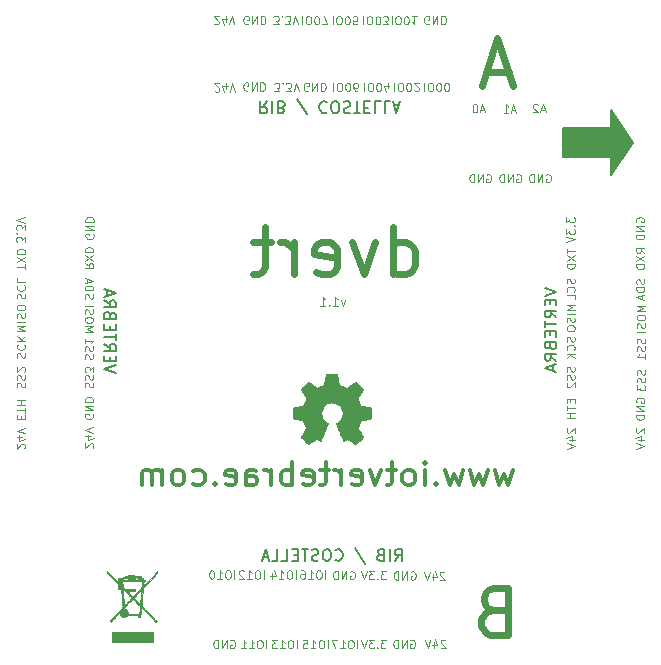
<source format=gbr>
%TF.GenerationSoftware,KiCad,Pcbnew,6.0.11+dfsg-1~bpo11+1*%
%TF.CreationDate,2023-04-06T13:49:23+02:00*%
%TF.ProjectId,dvert_11,64766572-745f-4313-912e-6b696361645f,1.1*%
%TF.SameCoordinates,Original*%
%TF.FileFunction,Legend,Bot*%
%TF.FilePolarity,Positive*%
%FSLAX46Y46*%
G04 Gerber Fmt 4.6, Leading zero omitted, Abs format (unit mm)*
G04 Created by KiCad (PCBNEW 6.0.11+dfsg-1~bpo11+1) date 2023-04-06 13:49:23*
%MOMM*%
%LPD*%
G01*
G04 APERTURE LIST*
%ADD10C,0.150000*%
%ADD11C,0.120000*%
%ADD12C,0.600000*%
%ADD13C,0.300000*%
%ADD14C,0.010000*%
G04 APERTURE END LIST*
D10*
G36*
X172700000Y-84650000D02*
G01*
X170800000Y-87350000D01*
X170800000Y-85850000D01*
X166800000Y-85850000D01*
X166800000Y-83350000D01*
X170800000Y-83350000D01*
X170800000Y-81850000D01*
X172700000Y-84650000D01*
G37*
X172700000Y-84650000D02*
X170800000Y-87350000D01*
X170800000Y-85850000D01*
X166800000Y-85850000D01*
X166800000Y-83350000D01*
X170800000Y-83350000D01*
X170800000Y-81850000D01*
X172700000Y-84650000D01*
D11*
X121193333Y-92993333D02*
X121193333Y-92560000D01*
X120926666Y-92793333D01*
X120926666Y-92693333D01*
X120893333Y-92626666D01*
X120860000Y-92593333D01*
X120793333Y-92560000D01*
X120626666Y-92560000D01*
X120560000Y-92593333D01*
X120526666Y-92626666D01*
X120493333Y-92693333D01*
X120493333Y-92893333D01*
X120526666Y-92960000D01*
X120560000Y-92993333D01*
X120560000Y-92260000D02*
X120526666Y-92226666D01*
X120493333Y-92260000D01*
X120526666Y-92293333D01*
X120560000Y-92260000D01*
X120493333Y-92260000D01*
X121193333Y-91993333D02*
X121193333Y-91560000D01*
X120926666Y-91793333D01*
X120926666Y-91693333D01*
X120893333Y-91626666D01*
X120860000Y-91593333D01*
X120793333Y-91560000D01*
X120626666Y-91560000D01*
X120560000Y-91593333D01*
X120526666Y-91626666D01*
X120493333Y-91693333D01*
X120493333Y-91893333D01*
X120526666Y-91960000D01*
X120560000Y-91993333D01*
X121193333Y-91360000D02*
X120493333Y-91126666D01*
X121193333Y-90893333D01*
X137266666Y-80216666D02*
X137300000Y-80250000D01*
X137366666Y-80283333D01*
X137533333Y-80283333D01*
X137600000Y-80250000D01*
X137633333Y-80216666D01*
X137666666Y-80150000D01*
X137666666Y-80083333D01*
X137633333Y-79983333D01*
X137233333Y-79583333D01*
X137666666Y-79583333D01*
X138266666Y-80050000D02*
X138266666Y-79583333D01*
X138100000Y-80316666D02*
X137933333Y-79816666D01*
X138366666Y-79816666D01*
X138533333Y-80283333D02*
X138766666Y-79583333D01*
X139000000Y-80283333D01*
X162740000Y-81846666D02*
X162406666Y-81846666D01*
X162806666Y-82046666D02*
X162573333Y-81346666D01*
X162340000Y-82046666D01*
X161740000Y-82046666D02*
X162140000Y-82046666D01*
X161940000Y-82046666D02*
X161940000Y-81346666D01*
X162006666Y-81446666D01*
X162073333Y-81513333D01*
X162140000Y-81546666D01*
X121233333Y-95283333D02*
X121233333Y-94883333D01*
X120533333Y-95083333D02*
X121233333Y-95083333D01*
X121233333Y-94716666D02*
X120533333Y-94250000D01*
X121233333Y-94250000D02*
X120533333Y-94716666D01*
X120533333Y-93983333D02*
X121233333Y-93983333D01*
X121233333Y-93816666D01*
X121200000Y-93716666D01*
X121133333Y-93650000D01*
X121066666Y-93616666D01*
X120933333Y-93583333D01*
X120833333Y-93583333D01*
X120700000Y-93616666D01*
X120633333Y-93650000D01*
X120566666Y-93716666D01*
X120533333Y-93816666D01*
X120533333Y-93983333D01*
X120533333Y-100550000D02*
X121233333Y-100550000D01*
X120733333Y-100316666D01*
X121233333Y-100083333D01*
X120533333Y-100083333D01*
X120533333Y-99750000D02*
X121233333Y-99750000D01*
X120566666Y-99450000D02*
X120533333Y-99350000D01*
X120533333Y-99183333D01*
X120566666Y-99116666D01*
X120600000Y-99083333D01*
X120666666Y-99050000D01*
X120733333Y-99050000D01*
X120800000Y-99083333D01*
X120833333Y-99116666D01*
X120866666Y-99183333D01*
X120900000Y-99316666D01*
X120933333Y-99383333D01*
X120966666Y-99416666D01*
X121033333Y-99450000D01*
X121100000Y-99450000D01*
X121166666Y-99416666D01*
X121200000Y-99383333D01*
X121233333Y-99316666D01*
X121233333Y-99150000D01*
X121200000Y-99050000D01*
X121233333Y-98616666D02*
X121233333Y-98483333D01*
X121200000Y-98416666D01*
X121133333Y-98350000D01*
X121000000Y-98316666D01*
X120766666Y-98316666D01*
X120633333Y-98350000D01*
X120566666Y-98416666D01*
X120533333Y-98483333D01*
X120533333Y-98616666D01*
X120566666Y-98683333D01*
X120633333Y-98750000D01*
X120766666Y-98783333D01*
X121000000Y-98783333D01*
X121133333Y-98750000D01*
X121200000Y-98683333D01*
X121233333Y-98616666D01*
X126316666Y-97800000D02*
X126283333Y-97700000D01*
X126283333Y-97533333D01*
X126316666Y-97466666D01*
X126350000Y-97433333D01*
X126416666Y-97400000D01*
X126483333Y-97400000D01*
X126550000Y-97433333D01*
X126583333Y-97466666D01*
X126616666Y-97533333D01*
X126650000Y-97666666D01*
X126683333Y-97733333D01*
X126716666Y-97766666D01*
X126783333Y-97800000D01*
X126850000Y-97800000D01*
X126916666Y-97766666D01*
X126950000Y-97733333D01*
X126983333Y-97666666D01*
X126983333Y-97500000D01*
X126950000Y-97400000D01*
X126283333Y-97100000D02*
X126983333Y-97100000D01*
X126983333Y-96933333D01*
X126950000Y-96833333D01*
X126883333Y-96766666D01*
X126816666Y-96733333D01*
X126683333Y-96700000D01*
X126583333Y-96700000D01*
X126450000Y-96733333D01*
X126383333Y-96766666D01*
X126316666Y-96833333D01*
X126283333Y-96933333D01*
X126283333Y-97100000D01*
X126483333Y-96433333D02*
X126483333Y-96100000D01*
X126283333Y-96500000D02*
X126983333Y-96266666D01*
X126283333Y-96033333D01*
X120566666Y-97783333D02*
X120533333Y-97683333D01*
X120533333Y-97516666D01*
X120566666Y-97450000D01*
X120600000Y-97416666D01*
X120666666Y-97383333D01*
X120733333Y-97383333D01*
X120800000Y-97416666D01*
X120833333Y-97450000D01*
X120866666Y-97516666D01*
X120900000Y-97650000D01*
X120933333Y-97716666D01*
X120966666Y-97750000D01*
X121033333Y-97783333D01*
X121100000Y-97783333D01*
X121166666Y-97750000D01*
X121200000Y-97716666D01*
X121233333Y-97650000D01*
X121233333Y-97483333D01*
X121200000Y-97383333D01*
X120600000Y-96683333D02*
X120566666Y-96716666D01*
X120533333Y-96816666D01*
X120533333Y-96883333D01*
X120566666Y-96983333D01*
X120633333Y-97050000D01*
X120700000Y-97083333D01*
X120833333Y-97116666D01*
X120933333Y-97116666D01*
X121066666Y-97083333D01*
X121133333Y-97050000D01*
X121200000Y-96983333D01*
X121233333Y-96883333D01*
X121233333Y-96816666D01*
X121200000Y-96716666D01*
X121166666Y-96683333D01*
X120533333Y-96050000D02*
X120533333Y-96383333D01*
X121233333Y-96383333D01*
D10*
X165202380Y-96902380D02*
X166202380Y-97235714D01*
X165202380Y-97569047D01*
X165678571Y-97902380D02*
X165678571Y-98235714D01*
X166202380Y-98378571D02*
X166202380Y-97902380D01*
X165202380Y-97902380D01*
X165202380Y-98378571D01*
X166202380Y-99378571D02*
X165726190Y-99045238D01*
X166202380Y-98807142D02*
X165202380Y-98807142D01*
X165202380Y-99188095D01*
X165250000Y-99283333D01*
X165297619Y-99330952D01*
X165392857Y-99378571D01*
X165535714Y-99378571D01*
X165630952Y-99330952D01*
X165678571Y-99283333D01*
X165726190Y-99188095D01*
X165726190Y-98807142D01*
X165202380Y-99664285D02*
X165202380Y-100235714D01*
X166202380Y-99950000D02*
X165202380Y-99950000D01*
X165678571Y-100569047D02*
X165678571Y-100902380D01*
X166202380Y-101045238D02*
X166202380Y-100569047D01*
X165202380Y-100569047D01*
X165202380Y-101045238D01*
X165678571Y-101807142D02*
X165726190Y-101950000D01*
X165773809Y-101997619D01*
X165869047Y-102045238D01*
X166011904Y-102045238D01*
X166107142Y-101997619D01*
X166154761Y-101950000D01*
X166202380Y-101854761D01*
X166202380Y-101473809D01*
X165202380Y-101473809D01*
X165202380Y-101807142D01*
X165250000Y-101902380D01*
X165297619Y-101950000D01*
X165392857Y-101997619D01*
X165488095Y-101997619D01*
X165583333Y-101950000D01*
X165630952Y-101902380D01*
X165678571Y-101807142D01*
X165678571Y-101473809D01*
X166202380Y-103045238D02*
X165726190Y-102711904D01*
X166202380Y-102473809D02*
X165202380Y-102473809D01*
X165202380Y-102854761D01*
X165250000Y-102950000D01*
X165297619Y-102997619D01*
X165392857Y-103045238D01*
X165535714Y-103045238D01*
X165630952Y-102997619D01*
X165678571Y-102950000D01*
X165726190Y-102854761D01*
X165726190Y-102473809D01*
X165916666Y-103426190D02*
X165916666Y-103902380D01*
X166202380Y-103330952D02*
X165202380Y-103664285D01*
X166202380Y-103997619D01*
D11*
X126970000Y-107593333D02*
X127003333Y-107660000D01*
X127003333Y-107760000D01*
X126970000Y-107860000D01*
X126903333Y-107926666D01*
X126836666Y-107960000D01*
X126703333Y-107993333D01*
X126603333Y-107993333D01*
X126470000Y-107960000D01*
X126403333Y-107926666D01*
X126336666Y-107860000D01*
X126303333Y-107760000D01*
X126303333Y-107693333D01*
X126336666Y-107593333D01*
X126370000Y-107560000D01*
X126603333Y-107560000D01*
X126603333Y-107693333D01*
X126303333Y-107260000D02*
X127003333Y-107260000D01*
X126303333Y-106860000D01*
X127003333Y-106860000D01*
X126303333Y-106526666D02*
X127003333Y-106526666D01*
X127003333Y-106360000D01*
X126970000Y-106260000D01*
X126903333Y-106193333D01*
X126836666Y-106160000D01*
X126703333Y-106126666D01*
X126603333Y-106126666D01*
X126470000Y-106160000D01*
X126403333Y-106193333D01*
X126336666Y-106260000D01*
X126303333Y-106360000D01*
X126303333Y-106526666D01*
X138613333Y-126740000D02*
X138680000Y-126706666D01*
X138780000Y-126706666D01*
X138880000Y-126740000D01*
X138946666Y-126806666D01*
X138980000Y-126873333D01*
X139013333Y-127006666D01*
X139013333Y-127106666D01*
X138980000Y-127240000D01*
X138946666Y-127306666D01*
X138880000Y-127373333D01*
X138780000Y-127406666D01*
X138713333Y-127406666D01*
X138613333Y-127373333D01*
X138580000Y-127340000D01*
X138580000Y-127106666D01*
X138713333Y-127106666D01*
X138280000Y-127406666D02*
X138280000Y-126706666D01*
X137880000Y-127406666D01*
X137880000Y-126706666D01*
X137546666Y-127406666D02*
X137546666Y-126706666D01*
X137380000Y-126706666D01*
X137280000Y-126740000D01*
X137213333Y-126806666D01*
X137180000Y-126873333D01*
X137146666Y-127006666D01*
X137146666Y-127106666D01*
X137180000Y-127240000D01*
X137213333Y-127306666D01*
X137280000Y-127373333D01*
X137380000Y-127406666D01*
X137546666Y-127406666D01*
X147316666Y-79533333D02*
X147316666Y-80233333D01*
X147783333Y-80233333D02*
X147916666Y-80233333D01*
X147983333Y-80200000D01*
X148050000Y-80133333D01*
X148083333Y-80000000D01*
X148083333Y-79766666D01*
X148050000Y-79633333D01*
X147983333Y-79566666D01*
X147916666Y-79533333D01*
X147783333Y-79533333D01*
X147716666Y-79566666D01*
X147650000Y-79633333D01*
X147616666Y-79766666D01*
X147616666Y-80000000D01*
X147650000Y-80133333D01*
X147716666Y-80200000D01*
X147783333Y-80233333D01*
X148516666Y-80233333D02*
X148583333Y-80233333D01*
X148650000Y-80200000D01*
X148683333Y-80166666D01*
X148716666Y-80100000D01*
X148750000Y-79966666D01*
X148750000Y-79800000D01*
X148716666Y-79666666D01*
X148683333Y-79600000D01*
X148650000Y-79566666D01*
X148583333Y-79533333D01*
X148516666Y-79533333D01*
X148450000Y-79566666D01*
X148416666Y-79600000D01*
X148383333Y-79666666D01*
X148350000Y-79800000D01*
X148350000Y-79966666D01*
X148383333Y-80100000D01*
X148416666Y-80166666D01*
X148450000Y-80200000D01*
X148516666Y-80233333D01*
X149350000Y-80233333D02*
X149216666Y-80233333D01*
X149150000Y-80200000D01*
X149116666Y-80166666D01*
X149050000Y-80066666D01*
X149016666Y-79933333D01*
X149016666Y-79666666D01*
X149050000Y-79600000D01*
X149083333Y-79566666D01*
X149150000Y-79533333D01*
X149283333Y-79533333D01*
X149350000Y-79566666D01*
X149383333Y-79600000D01*
X149416666Y-79666666D01*
X149416666Y-79833333D01*
X149383333Y-79900000D01*
X149350000Y-79933333D01*
X149283333Y-79966666D01*
X149150000Y-79966666D01*
X149083333Y-79933333D01*
X149050000Y-79900000D01*
X149016666Y-79833333D01*
X160110000Y-81826666D02*
X159776666Y-81826666D01*
X160176666Y-82026666D02*
X159943333Y-81326666D01*
X159710000Y-82026666D01*
X159343333Y-81326666D02*
X159276666Y-81326666D01*
X159210000Y-81360000D01*
X159176666Y-81393333D01*
X159143333Y-81460000D01*
X159110000Y-81593333D01*
X159110000Y-81760000D01*
X159143333Y-81893333D01*
X159176666Y-81960000D01*
X159210000Y-81993333D01*
X159276666Y-82026666D01*
X159343333Y-82026666D01*
X159410000Y-81993333D01*
X159443333Y-81960000D01*
X159476666Y-81893333D01*
X159510000Y-81760000D01*
X159510000Y-81593333D01*
X159476666Y-81460000D01*
X159443333Y-81393333D01*
X159410000Y-81360000D01*
X159343333Y-81326666D01*
X172983333Y-108766666D02*
X172950000Y-108800000D01*
X172916666Y-108866666D01*
X172916666Y-109033333D01*
X172950000Y-109100000D01*
X172983333Y-109133333D01*
X173050000Y-109166666D01*
X173116666Y-109166666D01*
X173216666Y-109133333D01*
X173616666Y-108733333D01*
X173616666Y-109166666D01*
X173150000Y-109766666D02*
X173616666Y-109766666D01*
X172883333Y-109600000D02*
X173383333Y-109433333D01*
X173383333Y-109866666D01*
X172916666Y-110033333D02*
X173616666Y-110266666D01*
X172916666Y-110500000D01*
X156803333Y-126743333D02*
X156770000Y-126710000D01*
X156703333Y-126676666D01*
X156536666Y-126676666D01*
X156470000Y-126710000D01*
X156436666Y-126743333D01*
X156403333Y-126810000D01*
X156403333Y-126876666D01*
X156436666Y-126976666D01*
X156836666Y-127376666D01*
X156403333Y-127376666D01*
X155803333Y-126910000D02*
X155803333Y-127376666D01*
X155970000Y-126643333D02*
X156136666Y-127143333D01*
X155703333Y-127143333D01*
X155536666Y-126676666D02*
X155303333Y-127376666D01*
X155070000Y-126676666D01*
D10*
X141714285Y-81097619D02*
X141380952Y-81573809D01*
X141142857Y-81097619D02*
X141142857Y-82097619D01*
X141523809Y-82097619D01*
X141619047Y-82050000D01*
X141666666Y-82002380D01*
X141714285Y-81907142D01*
X141714285Y-81764285D01*
X141666666Y-81669047D01*
X141619047Y-81621428D01*
X141523809Y-81573809D01*
X141142857Y-81573809D01*
X142142857Y-81097619D02*
X142142857Y-82097619D01*
X142952380Y-81621428D02*
X143095238Y-81573809D01*
X143142857Y-81526190D01*
X143190476Y-81430952D01*
X143190476Y-81288095D01*
X143142857Y-81192857D01*
X143095238Y-81145238D01*
X143000000Y-81097619D01*
X142619047Y-81097619D01*
X142619047Y-82097619D01*
X142952380Y-82097619D01*
X143047619Y-82050000D01*
X143095238Y-82002380D01*
X143142857Y-81907142D01*
X143142857Y-81811904D01*
X143095238Y-81716666D01*
X143047619Y-81669047D01*
X142952380Y-81621428D01*
X142619047Y-81621428D01*
X145095238Y-82145238D02*
X144238095Y-80859523D01*
X146761904Y-81192857D02*
X146714285Y-81145238D01*
X146571428Y-81097619D01*
X146476190Y-81097619D01*
X146333333Y-81145238D01*
X146238095Y-81240476D01*
X146190476Y-81335714D01*
X146142857Y-81526190D01*
X146142857Y-81669047D01*
X146190476Y-81859523D01*
X146238095Y-81954761D01*
X146333333Y-82050000D01*
X146476190Y-82097619D01*
X146571428Y-82097619D01*
X146714285Y-82050000D01*
X146761904Y-82002380D01*
X147380952Y-82097619D02*
X147571428Y-82097619D01*
X147666666Y-82050000D01*
X147761904Y-81954761D01*
X147809523Y-81764285D01*
X147809523Y-81430952D01*
X147761904Y-81240476D01*
X147666666Y-81145238D01*
X147571428Y-81097619D01*
X147380952Y-81097619D01*
X147285714Y-81145238D01*
X147190476Y-81240476D01*
X147142857Y-81430952D01*
X147142857Y-81764285D01*
X147190476Y-81954761D01*
X147285714Y-82050000D01*
X147380952Y-82097619D01*
X148190476Y-81145238D02*
X148333333Y-81097619D01*
X148571428Y-81097619D01*
X148666666Y-81145238D01*
X148714285Y-81192857D01*
X148761904Y-81288095D01*
X148761904Y-81383333D01*
X148714285Y-81478571D01*
X148666666Y-81526190D01*
X148571428Y-81573809D01*
X148380952Y-81621428D01*
X148285714Y-81669047D01*
X148238095Y-81716666D01*
X148190476Y-81811904D01*
X148190476Y-81907142D01*
X148238095Y-82002380D01*
X148285714Y-82050000D01*
X148380952Y-82097619D01*
X148619047Y-82097619D01*
X148761904Y-82050000D01*
X149047619Y-82097619D02*
X149619047Y-82097619D01*
X149333333Y-81097619D02*
X149333333Y-82097619D01*
X149952380Y-81621428D02*
X150285714Y-81621428D01*
X150428571Y-81097619D02*
X149952380Y-81097619D01*
X149952380Y-82097619D01*
X150428571Y-82097619D01*
X151333333Y-81097619D02*
X150857142Y-81097619D01*
X150857142Y-82097619D01*
X152142857Y-81097619D02*
X151666666Y-81097619D01*
X151666666Y-82097619D01*
X152428571Y-81383333D02*
X152904761Y-81383333D01*
X152333333Y-81097619D02*
X152666666Y-82097619D01*
X153000000Y-81097619D01*
D11*
X160293333Y-87290000D02*
X160360000Y-87256666D01*
X160460000Y-87256666D01*
X160560000Y-87290000D01*
X160626666Y-87356666D01*
X160660000Y-87423333D01*
X160693333Y-87556666D01*
X160693333Y-87656666D01*
X160660000Y-87790000D01*
X160626666Y-87856666D01*
X160560000Y-87923333D01*
X160460000Y-87956666D01*
X160393333Y-87956666D01*
X160293333Y-87923333D01*
X160260000Y-87890000D01*
X160260000Y-87656666D01*
X160393333Y-87656666D01*
X159960000Y-87956666D02*
X159960000Y-87256666D01*
X159560000Y-87956666D01*
X159560000Y-87256666D01*
X159226666Y-87956666D02*
X159226666Y-87256666D01*
X159060000Y-87256666D01*
X158960000Y-87290000D01*
X158893333Y-87356666D01*
X158860000Y-87423333D01*
X158826666Y-87556666D01*
X158826666Y-87656666D01*
X158860000Y-87790000D01*
X158893333Y-87856666D01*
X158960000Y-87923333D01*
X159060000Y-87956666D01*
X159226666Y-87956666D01*
D12*
X162152380Y-78616666D02*
X160247619Y-78616666D01*
X162533333Y-79759523D02*
X161200000Y-75759523D01*
X159866666Y-79759523D01*
D11*
X173633333Y-96150000D02*
X173666666Y-96250000D01*
X173666666Y-96416666D01*
X173633333Y-96483333D01*
X173600000Y-96516666D01*
X173533333Y-96550000D01*
X173466666Y-96550000D01*
X173400000Y-96516666D01*
X173366666Y-96483333D01*
X173333333Y-96416666D01*
X173300000Y-96283333D01*
X173266666Y-96216666D01*
X173233333Y-96183333D01*
X173166666Y-96150000D01*
X173100000Y-96150000D01*
X173033333Y-96183333D01*
X173000000Y-96216666D01*
X172966666Y-96283333D01*
X172966666Y-96450000D01*
X173000000Y-96550000D01*
X173666666Y-96850000D02*
X172966666Y-96850000D01*
X172966666Y-97016666D01*
X173000000Y-97116666D01*
X173066666Y-97183333D01*
X173133333Y-97216666D01*
X173266666Y-97250000D01*
X173366666Y-97250000D01*
X173500000Y-97216666D01*
X173566666Y-97183333D01*
X173633333Y-97116666D01*
X173666666Y-97016666D01*
X173666666Y-96850000D01*
X173466666Y-97516666D02*
X173466666Y-97850000D01*
X173666666Y-97450000D02*
X172966666Y-97683333D01*
X173666666Y-97916666D01*
X126283333Y-100600000D02*
X126983333Y-100600000D01*
X126483333Y-100366666D01*
X126983333Y-100133333D01*
X126283333Y-100133333D01*
X126983333Y-99666666D02*
X126983333Y-99533333D01*
X126950000Y-99466666D01*
X126883333Y-99400000D01*
X126750000Y-99366666D01*
X126516666Y-99366666D01*
X126383333Y-99400000D01*
X126316666Y-99466666D01*
X126283333Y-99533333D01*
X126283333Y-99666666D01*
X126316666Y-99733333D01*
X126383333Y-99800000D01*
X126516666Y-99833333D01*
X126750000Y-99833333D01*
X126883333Y-99800000D01*
X126950000Y-99733333D01*
X126983333Y-99666666D01*
X126316666Y-99100000D02*
X126283333Y-99000000D01*
X126283333Y-98833333D01*
X126316666Y-98766666D01*
X126350000Y-98733333D01*
X126416666Y-98700000D01*
X126483333Y-98700000D01*
X126550000Y-98733333D01*
X126583333Y-98766666D01*
X126616666Y-98833333D01*
X126650000Y-98966666D01*
X126683333Y-99033333D01*
X126716666Y-99066666D01*
X126783333Y-99100000D01*
X126850000Y-99100000D01*
X126916666Y-99066666D01*
X126950000Y-99033333D01*
X126983333Y-98966666D01*
X126983333Y-98800000D01*
X126950000Y-98700000D01*
X126283333Y-98400000D02*
X126983333Y-98400000D01*
X147266666Y-73883333D02*
X147266666Y-74583333D01*
X147733333Y-74583333D02*
X147866666Y-74583333D01*
X147933333Y-74550000D01*
X148000000Y-74483333D01*
X148033333Y-74350000D01*
X148033333Y-74116666D01*
X148000000Y-73983333D01*
X147933333Y-73916666D01*
X147866666Y-73883333D01*
X147733333Y-73883333D01*
X147666666Y-73916666D01*
X147600000Y-73983333D01*
X147566666Y-74116666D01*
X147566666Y-74350000D01*
X147600000Y-74483333D01*
X147666666Y-74550000D01*
X147733333Y-74583333D01*
X148466666Y-74583333D02*
X148533333Y-74583333D01*
X148600000Y-74550000D01*
X148633333Y-74516666D01*
X148666666Y-74450000D01*
X148700000Y-74316666D01*
X148700000Y-74150000D01*
X148666666Y-74016666D01*
X148633333Y-73950000D01*
X148600000Y-73916666D01*
X148533333Y-73883333D01*
X148466666Y-73883333D01*
X148400000Y-73916666D01*
X148366666Y-73950000D01*
X148333333Y-74016666D01*
X148300000Y-74150000D01*
X148300000Y-74316666D01*
X148333333Y-74450000D01*
X148366666Y-74516666D01*
X148400000Y-74550000D01*
X148466666Y-74583333D01*
X149333333Y-74583333D02*
X149000000Y-74583333D01*
X148966666Y-74250000D01*
X149000000Y-74283333D01*
X149066666Y-74316666D01*
X149233333Y-74316666D01*
X149300000Y-74283333D01*
X149333333Y-74250000D01*
X149366666Y-74183333D01*
X149366666Y-74016666D01*
X149333333Y-73950000D01*
X149300000Y-73916666D01*
X149233333Y-73883333D01*
X149066666Y-73883333D01*
X149000000Y-73916666D01*
X148966666Y-73950000D01*
X149866666Y-73883333D02*
X149866666Y-74583333D01*
X150333333Y-74583333D02*
X150466666Y-74583333D01*
X150533333Y-74550000D01*
X150600000Y-74483333D01*
X150633333Y-74350000D01*
X150633333Y-74116666D01*
X150600000Y-73983333D01*
X150533333Y-73916666D01*
X150466666Y-73883333D01*
X150333333Y-73883333D01*
X150266666Y-73916666D01*
X150200000Y-73983333D01*
X150166666Y-74116666D01*
X150166666Y-74350000D01*
X150200000Y-74483333D01*
X150266666Y-74550000D01*
X150333333Y-74583333D01*
X151066666Y-74583333D02*
X151133333Y-74583333D01*
X151200000Y-74550000D01*
X151233333Y-74516666D01*
X151266666Y-74450000D01*
X151300000Y-74316666D01*
X151300000Y-74150000D01*
X151266666Y-74016666D01*
X151233333Y-73950000D01*
X151200000Y-73916666D01*
X151133333Y-73883333D01*
X151066666Y-73883333D01*
X151000000Y-73916666D01*
X150966666Y-73950000D01*
X150933333Y-74016666D01*
X150900000Y-74150000D01*
X150900000Y-74316666D01*
X150933333Y-74450000D01*
X150966666Y-74516666D01*
X151000000Y-74550000D01*
X151066666Y-74583333D01*
X151533333Y-74583333D02*
X151966666Y-74583333D01*
X151733333Y-74316666D01*
X151833333Y-74316666D01*
X151900000Y-74283333D01*
X151933333Y-74250000D01*
X151966666Y-74183333D01*
X151966666Y-74016666D01*
X151933333Y-73950000D01*
X151900000Y-73916666D01*
X151833333Y-73883333D01*
X151633333Y-73883333D01*
X151566666Y-73916666D01*
X151533333Y-73950000D01*
X167766666Y-98300000D02*
X167066666Y-98300000D01*
X167566666Y-98533333D01*
X167066666Y-98766666D01*
X167766666Y-98766666D01*
X167766666Y-99100000D02*
X167066666Y-99100000D01*
X167733333Y-99400000D02*
X167766666Y-99500000D01*
X167766666Y-99666666D01*
X167733333Y-99733333D01*
X167700000Y-99766666D01*
X167633333Y-99800000D01*
X167566666Y-99800000D01*
X167500000Y-99766666D01*
X167466666Y-99733333D01*
X167433333Y-99666666D01*
X167400000Y-99533333D01*
X167366666Y-99466666D01*
X167333333Y-99433333D01*
X167266666Y-99400000D01*
X167200000Y-99400000D01*
X167133333Y-99433333D01*
X167100000Y-99466666D01*
X167066666Y-99533333D01*
X167066666Y-99700000D01*
X167100000Y-99800000D01*
X167066666Y-100233333D02*
X167066666Y-100366666D01*
X167100000Y-100433333D01*
X167166666Y-100500000D01*
X167300000Y-100533333D01*
X167533333Y-100533333D01*
X167666666Y-100500000D01*
X167733333Y-100433333D01*
X167766666Y-100366666D01*
X167766666Y-100233333D01*
X167733333Y-100166666D01*
X167666666Y-100100000D01*
X167533333Y-100066666D01*
X167300000Y-100066666D01*
X167166666Y-100100000D01*
X167100000Y-100166666D01*
X167066666Y-100233333D01*
X126316666Y-105316666D02*
X126283333Y-105216666D01*
X126283333Y-105050000D01*
X126316666Y-104983333D01*
X126350000Y-104950000D01*
X126416666Y-104916666D01*
X126483333Y-104916666D01*
X126550000Y-104950000D01*
X126583333Y-104983333D01*
X126616666Y-105050000D01*
X126650000Y-105183333D01*
X126683333Y-105250000D01*
X126716666Y-105283333D01*
X126783333Y-105316666D01*
X126850000Y-105316666D01*
X126916666Y-105283333D01*
X126950000Y-105250000D01*
X126983333Y-105183333D01*
X126983333Y-105016666D01*
X126950000Y-104916666D01*
X126316666Y-104650000D02*
X126283333Y-104550000D01*
X126283333Y-104383333D01*
X126316666Y-104316666D01*
X126350000Y-104283333D01*
X126416666Y-104250000D01*
X126483333Y-104250000D01*
X126550000Y-104283333D01*
X126583333Y-104316666D01*
X126616666Y-104383333D01*
X126650000Y-104516666D01*
X126683333Y-104583333D01*
X126716666Y-104616666D01*
X126783333Y-104650000D01*
X126850000Y-104650000D01*
X126916666Y-104616666D01*
X126950000Y-104583333D01*
X126983333Y-104516666D01*
X126983333Y-104350000D01*
X126950000Y-104250000D01*
X126983333Y-104016666D02*
X126983333Y-103583333D01*
X126716666Y-103816666D01*
X126716666Y-103716666D01*
X126683333Y-103650000D01*
X126650000Y-103616666D01*
X126583333Y-103583333D01*
X126416666Y-103583333D01*
X126350000Y-103616666D01*
X126316666Y-103650000D01*
X126283333Y-103716666D01*
X126283333Y-103916666D01*
X126316666Y-103983333D01*
X126350000Y-104016666D01*
X146633333Y-121516666D02*
X146633333Y-120816666D01*
X146166666Y-120816666D02*
X146033333Y-120816666D01*
X145966666Y-120850000D01*
X145900000Y-120916666D01*
X145866666Y-121050000D01*
X145866666Y-121283333D01*
X145900000Y-121416666D01*
X145966666Y-121483333D01*
X146033333Y-121516666D01*
X146166666Y-121516666D01*
X146233333Y-121483333D01*
X146300000Y-121416666D01*
X146333333Y-121283333D01*
X146333333Y-121050000D01*
X146300000Y-120916666D01*
X146233333Y-120850000D01*
X146166666Y-120816666D01*
X145200000Y-121516666D02*
X145600000Y-121516666D01*
X145400000Y-121516666D02*
X145400000Y-120816666D01*
X145466666Y-120916666D01*
X145533333Y-120983333D01*
X145600000Y-121016666D01*
X144600000Y-120816666D02*
X144733333Y-120816666D01*
X144800000Y-120850000D01*
X144833333Y-120883333D01*
X144900000Y-120983333D01*
X144933333Y-121116666D01*
X144933333Y-121383333D01*
X144900000Y-121450000D01*
X144866666Y-121483333D01*
X144800000Y-121516666D01*
X144666666Y-121516666D01*
X144600000Y-121483333D01*
X144566666Y-121450000D01*
X144533333Y-121383333D01*
X144533333Y-121216666D01*
X144566666Y-121150000D01*
X144600000Y-121116666D01*
X144666666Y-121083333D01*
X144800000Y-121083333D01*
X144866666Y-121116666D01*
X144900000Y-121150000D01*
X144933333Y-121216666D01*
X126316666Y-102916666D02*
X126283333Y-102816666D01*
X126283333Y-102650000D01*
X126316666Y-102583333D01*
X126350000Y-102550000D01*
X126416666Y-102516666D01*
X126483333Y-102516666D01*
X126550000Y-102550000D01*
X126583333Y-102583333D01*
X126616666Y-102650000D01*
X126650000Y-102783333D01*
X126683333Y-102850000D01*
X126716666Y-102883333D01*
X126783333Y-102916666D01*
X126850000Y-102916666D01*
X126916666Y-102883333D01*
X126950000Y-102850000D01*
X126983333Y-102783333D01*
X126983333Y-102616666D01*
X126950000Y-102516666D01*
X126316666Y-102250000D02*
X126283333Y-102150000D01*
X126283333Y-101983333D01*
X126316666Y-101916666D01*
X126350000Y-101883333D01*
X126416666Y-101850000D01*
X126483333Y-101850000D01*
X126550000Y-101883333D01*
X126583333Y-101916666D01*
X126616666Y-101983333D01*
X126650000Y-102116666D01*
X126683333Y-102183333D01*
X126716666Y-102216666D01*
X126783333Y-102250000D01*
X126850000Y-102250000D01*
X126916666Y-102216666D01*
X126950000Y-102183333D01*
X126983333Y-102116666D01*
X126983333Y-101950000D01*
X126950000Y-101850000D01*
X126283333Y-101183333D02*
X126283333Y-101583333D01*
X126283333Y-101383333D02*
X126983333Y-101383333D01*
X126883333Y-101450000D01*
X126816666Y-101516666D01*
X126783333Y-101583333D01*
X155016666Y-79533333D02*
X155016666Y-80233333D01*
X155483333Y-80233333D02*
X155616666Y-80233333D01*
X155683333Y-80200000D01*
X155750000Y-80133333D01*
X155783333Y-80000000D01*
X155783333Y-79766666D01*
X155750000Y-79633333D01*
X155683333Y-79566666D01*
X155616666Y-79533333D01*
X155483333Y-79533333D01*
X155416666Y-79566666D01*
X155350000Y-79633333D01*
X155316666Y-79766666D01*
X155316666Y-80000000D01*
X155350000Y-80133333D01*
X155416666Y-80200000D01*
X155483333Y-80233333D01*
X156216666Y-80233333D02*
X156283333Y-80233333D01*
X156350000Y-80200000D01*
X156383333Y-80166666D01*
X156416666Y-80100000D01*
X156450000Y-79966666D01*
X156450000Y-79800000D01*
X156416666Y-79666666D01*
X156383333Y-79600000D01*
X156350000Y-79566666D01*
X156283333Y-79533333D01*
X156216666Y-79533333D01*
X156150000Y-79566666D01*
X156116666Y-79600000D01*
X156083333Y-79666666D01*
X156050000Y-79800000D01*
X156050000Y-79966666D01*
X156083333Y-80100000D01*
X156116666Y-80166666D01*
X156150000Y-80200000D01*
X156216666Y-80233333D01*
X156883333Y-80233333D02*
X156950000Y-80233333D01*
X157016666Y-80200000D01*
X157050000Y-80166666D01*
X157083333Y-80100000D01*
X157116666Y-79966666D01*
X157116666Y-79800000D01*
X157083333Y-79666666D01*
X157050000Y-79600000D01*
X157016666Y-79566666D01*
X156950000Y-79533333D01*
X156883333Y-79533333D01*
X156816666Y-79566666D01*
X156783333Y-79600000D01*
X156750000Y-79666666D01*
X156716666Y-79800000D01*
X156716666Y-79966666D01*
X156750000Y-80100000D01*
X156783333Y-80166666D01*
X156816666Y-80200000D01*
X156883333Y-80233333D01*
X141433333Y-121516666D02*
X141433333Y-120816666D01*
X140966666Y-120816666D02*
X140833333Y-120816666D01*
X140766666Y-120850000D01*
X140700000Y-120916666D01*
X140666666Y-121050000D01*
X140666666Y-121283333D01*
X140700000Y-121416666D01*
X140766666Y-121483333D01*
X140833333Y-121516666D01*
X140966666Y-121516666D01*
X141033333Y-121483333D01*
X141100000Y-121416666D01*
X141133333Y-121283333D01*
X141133333Y-121050000D01*
X141100000Y-120916666D01*
X141033333Y-120850000D01*
X140966666Y-120816666D01*
X140000000Y-121516666D02*
X140400000Y-121516666D01*
X140200000Y-121516666D02*
X140200000Y-120816666D01*
X140266666Y-120916666D01*
X140333333Y-120983333D01*
X140400000Y-121016666D01*
X139733333Y-120883333D02*
X139700000Y-120850000D01*
X139633333Y-120816666D01*
X139466666Y-120816666D01*
X139400000Y-120850000D01*
X139366666Y-120883333D01*
X139333333Y-120950000D01*
X139333333Y-121016666D01*
X139366666Y-121116666D01*
X139766666Y-121516666D01*
X139333333Y-121516666D01*
X121146666Y-110483333D02*
X121180000Y-110450000D01*
X121213333Y-110383333D01*
X121213333Y-110216666D01*
X121180000Y-110150000D01*
X121146666Y-110116666D01*
X121080000Y-110083333D01*
X121013333Y-110083333D01*
X120913333Y-110116666D01*
X120513333Y-110516666D01*
X120513333Y-110083333D01*
X120980000Y-109483333D02*
X120513333Y-109483333D01*
X121246666Y-109650000D02*
X120746666Y-109816666D01*
X120746666Y-109383333D01*
X121213333Y-109216666D02*
X120513333Y-108983333D01*
X121213333Y-108750000D01*
X127000000Y-92353333D02*
X127033333Y-92420000D01*
X127033333Y-92520000D01*
X127000000Y-92620000D01*
X126933333Y-92686666D01*
X126866666Y-92720000D01*
X126733333Y-92753333D01*
X126633333Y-92753333D01*
X126500000Y-92720000D01*
X126433333Y-92686666D01*
X126366666Y-92620000D01*
X126333333Y-92520000D01*
X126333333Y-92453333D01*
X126366666Y-92353333D01*
X126400000Y-92320000D01*
X126633333Y-92320000D01*
X126633333Y-92453333D01*
X126333333Y-92020000D02*
X127033333Y-92020000D01*
X126333333Y-91620000D01*
X127033333Y-91620000D01*
X126333333Y-91286666D02*
X127033333Y-91286666D01*
X127033333Y-91120000D01*
X127000000Y-91020000D01*
X126933333Y-90953333D01*
X126866666Y-90920000D01*
X126733333Y-90886666D01*
X126633333Y-90886666D01*
X126500000Y-90920000D01*
X126433333Y-90953333D01*
X126366666Y-91020000D01*
X126333333Y-91120000D01*
X126333333Y-91286666D01*
X120566666Y-105316666D02*
X120533333Y-105216666D01*
X120533333Y-105050000D01*
X120566666Y-104983333D01*
X120600000Y-104950000D01*
X120666666Y-104916666D01*
X120733333Y-104916666D01*
X120800000Y-104950000D01*
X120833333Y-104983333D01*
X120866666Y-105050000D01*
X120900000Y-105183333D01*
X120933333Y-105250000D01*
X120966666Y-105283333D01*
X121033333Y-105316666D01*
X121100000Y-105316666D01*
X121166666Y-105283333D01*
X121200000Y-105250000D01*
X121233333Y-105183333D01*
X121233333Y-105016666D01*
X121200000Y-104916666D01*
X120566666Y-104650000D02*
X120533333Y-104550000D01*
X120533333Y-104383333D01*
X120566666Y-104316666D01*
X120600000Y-104283333D01*
X120666666Y-104250000D01*
X120733333Y-104250000D01*
X120800000Y-104283333D01*
X120833333Y-104316666D01*
X120866666Y-104383333D01*
X120900000Y-104516666D01*
X120933333Y-104583333D01*
X120966666Y-104616666D01*
X121033333Y-104650000D01*
X121100000Y-104650000D01*
X121166666Y-104616666D01*
X121200000Y-104583333D01*
X121233333Y-104516666D01*
X121233333Y-104350000D01*
X121200000Y-104250000D01*
X121166666Y-103983333D02*
X121200000Y-103950000D01*
X121233333Y-103883333D01*
X121233333Y-103716666D01*
X121200000Y-103650000D01*
X121166666Y-103616666D01*
X121100000Y-103583333D01*
X121033333Y-103583333D01*
X120933333Y-103616666D01*
X120533333Y-104016666D01*
X120533333Y-103583333D01*
D13*
X162509523Y-112271428D02*
X162128571Y-113604761D01*
X161747619Y-112652380D01*
X161366666Y-113604761D01*
X160985714Y-112271428D01*
X160414285Y-112271428D02*
X160033333Y-113604761D01*
X159652380Y-112652380D01*
X159271428Y-113604761D01*
X158890476Y-112271428D01*
X158319047Y-112271428D02*
X157938095Y-113604761D01*
X157557142Y-112652380D01*
X157176190Y-113604761D01*
X156795238Y-112271428D01*
X156033333Y-113414285D02*
X155938095Y-113509523D01*
X156033333Y-113604761D01*
X156128571Y-113509523D01*
X156033333Y-113414285D01*
X156033333Y-113604761D01*
X155080952Y-113604761D02*
X155080952Y-112271428D01*
X155080952Y-111604761D02*
X155176190Y-111700000D01*
X155080952Y-111795238D01*
X154985714Y-111700000D01*
X155080952Y-111604761D01*
X155080952Y-111795238D01*
X153842857Y-113604761D02*
X154033333Y-113509523D01*
X154128571Y-113414285D01*
X154223809Y-113223809D01*
X154223809Y-112652380D01*
X154128571Y-112461904D01*
X154033333Y-112366666D01*
X153842857Y-112271428D01*
X153557142Y-112271428D01*
X153366666Y-112366666D01*
X153271428Y-112461904D01*
X153176190Y-112652380D01*
X153176190Y-113223809D01*
X153271428Y-113414285D01*
X153366666Y-113509523D01*
X153557142Y-113604761D01*
X153842857Y-113604761D01*
X152604761Y-112271428D02*
X151842857Y-112271428D01*
X152319047Y-111604761D02*
X152319047Y-113319047D01*
X152223809Y-113509523D01*
X152033333Y-113604761D01*
X151842857Y-113604761D01*
X151366666Y-112271428D02*
X150890476Y-113604761D01*
X150414285Y-112271428D01*
X148890476Y-113509523D02*
X149080952Y-113604761D01*
X149461904Y-113604761D01*
X149652380Y-113509523D01*
X149747619Y-113319047D01*
X149747619Y-112557142D01*
X149652380Y-112366666D01*
X149461904Y-112271428D01*
X149080952Y-112271428D01*
X148890476Y-112366666D01*
X148795238Y-112557142D01*
X148795238Y-112747619D01*
X149747619Y-112938095D01*
X147938095Y-113604761D02*
X147938095Y-112271428D01*
X147938095Y-112652380D02*
X147842857Y-112461904D01*
X147747619Y-112366666D01*
X147557142Y-112271428D01*
X147366666Y-112271428D01*
X146985714Y-112271428D02*
X146223809Y-112271428D01*
X146700000Y-111604761D02*
X146700000Y-113319047D01*
X146604761Y-113509523D01*
X146414285Y-113604761D01*
X146223809Y-113604761D01*
X144795238Y-113509523D02*
X144985714Y-113604761D01*
X145366666Y-113604761D01*
X145557142Y-113509523D01*
X145652380Y-113319047D01*
X145652380Y-112557142D01*
X145557142Y-112366666D01*
X145366666Y-112271428D01*
X144985714Y-112271428D01*
X144795238Y-112366666D01*
X144700000Y-112557142D01*
X144700000Y-112747619D01*
X145652380Y-112938095D01*
X143842857Y-113604761D02*
X143842857Y-111604761D01*
X143842857Y-112366666D02*
X143652380Y-112271428D01*
X143271428Y-112271428D01*
X143080952Y-112366666D01*
X142985714Y-112461904D01*
X142890476Y-112652380D01*
X142890476Y-113223809D01*
X142985714Y-113414285D01*
X143080952Y-113509523D01*
X143271428Y-113604761D01*
X143652380Y-113604761D01*
X143842857Y-113509523D01*
X142033333Y-113604761D02*
X142033333Y-112271428D01*
X142033333Y-112652380D02*
X141938095Y-112461904D01*
X141842857Y-112366666D01*
X141652380Y-112271428D01*
X141461904Y-112271428D01*
X139938095Y-113604761D02*
X139938095Y-112557142D01*
X140033333Y-112366666D01*
X140223809Y-112271428D01*
X140604761Y-112271428D01*
X140795238Y-112366666D01*
X139938095Y-113509523D02*
X140128571Y-113604761D01*
X140604761Y-113604761D01*
X140795238Y-113509523D01*
X140890476Y-113319047D01*
X140890476Y-113128571D01*
X140795238Y-112938095D01*
X140604761Y-112842857D01*
X140128571Y-112842857D01*
X139938095Y-112747619D01*
X138223809Y-113509523D02*
X138414285Y-113604761D01*
X138795238Y-113604761D01*
X138985714Y-113509523D01*
X139080952Y-113319047D01*
X139080952Y-112557142D01*
X138985714Y-112366666D01*
X138795238Y-112271428D01*
X138414285Y-112271428D01*
X138223809Y-112366666D01*
X138128571Y-112557142D01*
X138128571Y-112747619D01*
X139080952Y-112938095D01*
X137271428Y-113414285D02*
X137176190Y-113509523D01*
X137271428Y-113604761D01*
X137366666Y-113509523D01*
X137271428Y-113414285D01*
X137271428Y-113604761D01*
X135461904Y-113509523D02*
X135652380Y-113604761D01*
X136033333Y-113604761D01*
X136223809Y-113509523D01*
X136319047Y-113414285D01*
X136414285Y-113223809D01*
X136414285Y-112652380D01*
X136319047Y-112461904D01*
X136223809Y-112366666D01*
X136033333Y-112271428D01*
X135652380Y-112271428D01*
X135461904Y-112366666D01*
X134319047Y-113604761D02*
X134509523Y-113509523D01*
X134604761Y-113414285D01*
X134700000Y-113223809D01*
X134700000Y-112652380D01*
X134604761Y-112461904D01*
X134509523Y-112366666D01*
X134319047Y-112271428D01*
X134033333Y-112271428D01*
X133842857Y-112366666D01*
X133747619Y-112461904D01*
X133652380Y-112652380D01*
X133652380Y-113223809D01*
X133747619Y-113414285D01*
X133842857Y-113509523D01*
X134033333Y-113604761D01*
X134319047Y-113604761D01*
X132795238Y-113604761D02*
X132795238Y-112271428D01*
X132795238Y-112461904D02*
X132700000Y-112366666D01*
X132509523Y-112271428D01*
X132223809Y-112271428D01*
X132033333Y-112366666D01*
X131938095Y-112557142D01*
X131938095Y-113604761D01*
X131938095Y-112557142D02*
X131842857Y-112366666D01*
X131652380Y-112271428D01*
X131366666Y-112271428D01*
X131176190Y-112366666D01*
X131080952Y-112557142D01*
X131080952Y-113604761D01*
D11*
X126283333Y-94816666D02*
X126616666Y-95050000D01*
X126283333Y-95216666D02*
X126983333Y-95216666D01*
X126983333Y-94950000D01*
X126950000Y-94883333D01*
X126916666Y-94850000D01*
X126850000Y-94816666D01*
X126750000Y-94816666D01*
X126683333Y-94850000D01*
X126650000Y-94883333D01*
X126616666Y-94950000D01*
X126616666Y-95216666D01*
X126983333Y-94583333D02*
X126283333Y-94116666D01*
X126983333Y-94116666D02*
X126283333Y-94583333D01*
X126283333Y-93850000D02*
X126983333Y-93850000D01*
X126983333Y-93683333D01*
X126950000Y-93583333D01*
X126883333Y-93516666D01*
X126816666Y-93483333D01*
X126683333Y-93450000D01*
X126583333Y-93450000D01*
X126450000Y-93483333D01*
X126383333Y-93516666D01*
X126316666Y-93583333D01*
X126283333Y-93683333D01*
X126283333Y-93850000D01*
X144666666Y-73883333D02*
X144666666Y-74583333D01*
X145133333Y-74583333D02*
X145266666Y-74583333D01*
X145333333Y-74550000D01*
X145400000Y-74483333D01*
X145433333Y-74350000D01*
X145433333Y-74116666D01*
X145400000Y-73983333D01*
X145333333Y-73916666D01*
X145266666Y-73883333D01*
X145133333Y-73883333D01*
X145066666Y-73916666D01*
X145000000Y-73983333D01*
X144966666Y-74116666D01*
X144966666Y-74350000D01*
X145000000Y-74483333D01*
X145066666Y-74550000D01*
X145133333Y-74583333D01*
X145866666Y-74583333D02*
X145933333Y-74583333D01*
X146000000Y-74550000D01*
X146033333Y-74516666D01*
X146066666Y-74450000D01*
X146100000Y-74316666D01*
X146100000Y-74150000D01*
X146066666Y-74016666D01*
X146033333Y-73950000D01*
X146000000Y-73916666D01*
X145933333Y-73883333D01*
X145866666Y-73883333D01*
X145800000Y-73916666D01*
X145766666Y-73950000D01*
X145733333Y-74016666D01*
X145700000Y-74150000D01*
X145700000Y-74316666D01*
X145733333Y-74450000D01*
X145766666Y-74516666D01*
X145800000Y-74550000D01*
X145866666Y-74583333D01*
X146333333Y-74583333D02*
X146800000Y-74583333D01*
X146500000Y-73883333D01*
X173716666Y-98400000D02*
X173016666Y-98400000D01*
X173516666Y-98633333D01*
X173016666Y-98866666D01*
X173716666Y-98866666D01*
X173016666Y-99333333D02*
X173016666Y-99466666D01*
X173050000Y-99533333D01*
X173116666Y-99600000D01*
X173250000Y-99633333D01*
X173483333Y-99633333D01*
X173616666Y-99600000D01*
X173683333Y-99533333D01*
X173716666Y-99466666D01*
X173716666Y-99333333D01*
X173683333Y-99266666D01*
X173616666Y-99200000D01*
X173483333Y-99166666D01*
X173250000Y-99166666D01*
X173116666Y-99200000D01*
X173050000Y-99266666D01*
X173016666Y-99333333D01*
X173683333Y-99900000D02*
X173716666Y-100000000D01*
X173716666Y-100166666D01*
X173683333Y-100233333D01*
X173650000Y-100266666D01*
X173583333Y-100300000D01*
X173516666Y-100300000D01*
X173450000Y-100266666D01*
X173416666Y-100233333D01*
X173383333Y-100166666D01*
X173350000Y-100033333D01*
X173316666Y-99966666D01*
X173283333Y-99933333D01*
X173216666Y-99900000D01*
X173150000Y-99900000D01*
X173083333Y-99933333D01*
X173050000Y-99966666D01*
X173016666Y-100033333D01*
X173016666Y-100200000D01*
X173050000Y-100300000D01*
X173716666Y-100600000D02*
X173016666Y-100600000D01*
X153903333Y-120930000D02*
X153970000Y-120896666D01*
X154070000Y-120896666D01*
X154170000Y-120930000D01*
X154236666Y-120996666D01*
X154270000Y-121063333D01*
X154303333Y-121196666D01*
X154303333Y-121296666D01*
X154270000Y-121430000D01*
X154236666Y-121496666D01*
X154170000Y-121563333D01*
X154070000Y-121596666D01*
X154003333Y-121596666D01*
X153903333Y-121563333D01*
X153870000Y-121530000D01*
X153870000Y-121296666D01*
X154003333Y-121296666D01*
X153570000Y-121596666D02*
X153570000Y-120896666D01*
X153170000Y-121596666D01*
X153170000Y-120896666D01*
X152836666Y-121596666D02*
X152836666Y-120896666D01*
X152670000Y-120896666D01*
X152570000Y-120930000D01*
X152503333Y-120996666D01*
X152470000Y-121063333D01*
X152436666Y-121196666D01*
X152436666Y-121296666D01*
X152470000Y-121430000D01*
X152503333Y-121496666D01*
X152570000Y-121563333D01*
X152670000Y-121596666D01*
X152836666Y-121596666D01*
X173683333Y-101183333D02*
X173716666Y-101283333D01*
X173716666Y-101450000D01*
X173683333Y-101516666D01*
X173650000Y-101550000D01*
X173583333Y-101583333D01*
X173516666Y-101583333D01*
X173450000Y-101550000D01*
X173416666Y-101516666D01*
X173383333Y-101450000D01*
X173350000Y-101316666D01*
X173316666Y-101250000D01*
X173283333Y-101216666D01*
X173216666Y-101183333D01*
X173150000Y-101183333D01*
X173083333Y-101216666D01*
X173050000Y-101250000D01*
X173016666Y-101316666D01*
X173016666Y-101483333D01*
X173050000Y-101583333D01*
X173683333Y-101850000D02*
X173716666Y-101950000D01*
X173716666Y-102116666D01*
X173683333Y-102183333D01*
X173650000Y-102216666D01*
X173583333Y-102250000D01*
X173516666Y-102250000D01*
X173450000Y-102216666D01*
X173416666Y-102183333D01*
X173383333Y-102116666D01*
X173350000Y-101983333D01*
X173316666Y-101916666D01*
X173283333Y-101883333D01*
X173216666Y-101850000D01*
X173150000Y-101850000D01*
X173083333Y-101883333D01*
X173050000Y-101916666D01*
X173016666Y-101983333D01*
X173016666Y-102150000D01*
X173050000Y-102250000D01*
X173716666Y-102916666D02*
X173716666Y-102516666D01*
X173716666Y-102716666D02*
X173016666Y-102716666D01*
X173116666Y-102650000D01*
X173183333Y-102583333D01*
X173216666Y-102516666D01*
X138933333Y-121516666D02*
X138933333Y-120816666D01*
X138466666Y-120816666D02*
X138333333Y-120816666D01*
X138266666Y-120850000D01*
X138200000Y-120916666D01*
X138166666Y-121050000D01*
X138166666Y-121283333D01*
X138200000Y-121416666D01*
X138266666Y-121483333D01*
X138333333Y-121516666D01*
X138466666Y-121516666D01*
X138533333Y-121483333D01*
X138600000Y-121416666D01*
X138633333Y-121283333D01*
X138633333Y-121050000D01*
X138600000Y-120916666D01*
X138533333Y-120850000D01*
X138466666Y-120816666D01*
X137500000Y-121516666D02*
X137900000Y-121516666D01*
X137700000Y-121516666D02*
X137700000Y-120816666D01*
X137766666Y-120916666D01*
X137833333Y-120983333D01*
X137900000Y-121016666D01*
X137066666Y-120816666D02*
X137000000Y-120816666D01*
X136933333Y-120850000D01*
X136900000Y-120883333D01*
X136866666Y-120950000D01*
X136833333Y-121083333D01*
X136833333Y-121250000D01*
X136866666Y-121383333D01*
X136900000Y-121450000D01*
X136933333Y-121483333D01*
X137000000Y-121516666D01*
X137066666Y-121516666D01*
X137133333Y-121483333D01*
X137166666Y-121450000D01*
X137200000Y-121383333D01*
X137233333Y-121250000D01*
X137233333Y-121083333D01*
X137200000Y-120950000D01*
X137166666Y-120883333D01*
X137133333Y-120850000D01*
X137066666Y-120816666D01*
X140106666Y-74540000D02*
X140040000Y-74573333D01*
X139940000Y-74573333D01*
X139840000Y-74540000D01*
X139773333Y-74473333D01*
X139740000Y-74406666D01*
X139706666Y-74273333D01*
X139706666Y-74173333D01*
X139740000Y-74040000D01*
X139773333Y-73973333D01*
X139840000Y-73906666D01*
X139940000Y-73873333D01*
X140006666Y-73873333D01*
X140106666Y-73906666D01*
X140140000Y-73940000D01*
X140140000Y-74173333D01*
X140006666Y-74173333D01*
X140440000Y-73873333D02*
X140440000Y-74573333D01*
X140840000Y-73873333D01*
X140840000Y-74573333D01*
X141173333Y-73873333D02*
X141173333Y-74573333D01*
X141340000Y-74573333D01*
X141440000Y-74540000D01*
X141506666Y-74473333D01*
X141540000Y-74406666D01*
X141573333Y-74273333D01*
X141573333Y-74173333D01*
X141540000Y-74040000D01*
X141506666Y-73973333D01*
X141440000Y-73906666D01*
X141340000Y-73873333D01*
X141173333Y-73873333D01*
X167733333Y-103583333D02*
X167766666Y-103683333D01*
X167766666Y-103850000D01*
X167733333Y-103916666D01*
X167700000Y-103950000D01*
X167633333Y-103983333D01*
X167566666Y-103983333D01*
X167500000Y-103950000D01*
X167466666Y-103916666D01*
X167433333Y-103850000D01*
X167400000Y-103716666D01*
X167366666Y-103650000D01*
X167333333Y-103616666D01*
X167266666Y-103583333D01*
X167200000Y-103583333D01*
X167133333Y-103616666D01*
X167100000Y-103650000D01*
X167066666Y-103716666D01*
X167066666Y-103883333D01*
X167100000Y-103983333D01*
X167733333Y-104250000D02*
X167766666Y-104350000D01*
X167766666Y-104516666D01*
X167733333Y-104583333D01*
X167700000Y-104616666D01*
X167633333Y-104650000D01*
X167566666Y-104650000D01*
X167500000Y-104616666D01*
X167466666Y-104583333D01*
X167433333Y-104516666D01*
X167400000Y-104383333D01*
X167366666Y-104316666D01*
X167333333Y-104283333D01*
X167266666Y-104250000D01*
X167200000Y-104250000D01*
X167133333Y-104283333D01*
X167100000Y-104316666D01*
X167066666Y-104383333D01*
X167066666Y-104550000D01*
X167100000Y-104650000D01*
X167133333Y-104916666D02*
X167100000Y-104950000D01*
X167066666Y-105016666D01*
X167066666Y-105183333D01*
X167100000Y-105250000D01*
X167133333Y-105283333D01*
X167200000Y-105316666D01*
X167266666Y-105316666D01*
X167366666Y-105283333D01*
X167766666Y-104883333D01*
X167766666Y-105316666D01*
X145196666Y-80180000D02*
X145130000Y-80213333D01*
X145030000Y-80213333D01*
X144930000Y-80180000D01*
X144863333Y-80113333D01*
X144830000Y-80046666D01*
X144796666Y-79913333D01*
X144796666Y-79813333D01*
X144830000Y-79680000D01*
X144863333Y-79613333D01*
X144930000Y-79546666D01*
X145030000Y-79513333D01*
X145096666Y-79513333D01*
X145196666Y-79546666D01*
X145230000Y-79580000D01*
X145230000Y-79813333D01*
X145096666Y-79813333D01*
X145530000Y-79513333D02*
X145530000Y-80213333D01*
X145930000Y-79513333D01*
X145930000Y-80213333D01*
X146263333Y-79513333D02*
X146263333Y-80213333D01*
X146430000Y-80213333D01*
X146530000Y-80180000D01*
X146596666Y-80113333D01*
X146630000Y-80046666D01*
X146663333Y-79913333D01*
X146663333Y-79813333D01*
X146630000Y-79680000D01*
X146596666Y-79613333D01*
X146530000Y-79546666D01*
X146430000Y-79513333D01*
X146263333Y-79513333D01*
X152466666Y-79533333D02*
X152466666Y-80233333D01*
X152933333Y-80233333D02*
X153066666Y-80233333D01*
X153133333Y-80200000D01*
X153200000Y-80133333D01*
X153233333Y-80000000D01*
X153233333Y-79766666D01*
X153200000Y-79633333D01*
X153133333Y-79566666D01*
X153066666Y-79533333D01*
X152933333Y-79533333D01*
X152866666Y-79566666D01*
X152800000Y-79633333D01*
X152766666Y-79766666D01*
X152766666Y-80000000D01*
X152800000Y-80133333D01*
X152866666Y-80200000D01*
X152933333Y-80233333D01*
X153666666Y-80233333D02*
X153733333Y-80233333D01*
X153800000Y-80200000D01*
X153833333Y-80166666D01*
X153866666Y-80100000D01*
X153900000Y-79966666D01*
X153900000Y-79800000D01*
X153866666Y-79666666D01*
X153833333Y-79600000D01*
X153800000Y-79566666D01*
X153733333Y-79533333D01*
X153666666Y-79533333D01*
X153600000Y-79566666D01*
X153566666Y-79600000D01*
X153533333Y-79666666D01*
X153500000Y-79800000D01*
X153500000Y-79966666D01*
X153533333Y-80100000D01*
X153566666Y-80166666D01*
X153600000Y-80200000D01*
X153666666Y-80233333D01*
X154166666Y-80166666D02*
X154200000Y-80200000D01*
X154266666Y-80233333D01*
X154433333Y-80233333D01*
X154500000Y-80200000D01*
X154533333Y-80166666D01*
X154566666Y-80100000D01*
X154566666Y-80033333D01*
X154533333Y-79933333D01*
X154133333Y-79533333D01*
X154566666Y-79533333D01*
X165343333Y-87290000D02*
X165410000Y-87256666D01*
X165510000Y-87256666D01*
X165610000Y-87290000D01*
X165676666Y-87356666D01*
X165710000Y-87423333D01*
X165743333Y-87556666D01*
X165743333Y-87656666D01*
X165710000Y-87790000D01*
X165676666Y-87856666D01*
X165610000Y-87923333D01*
X165510000Y-87956666D01*
X165443333Y-87956666D01*
X165343333Y-87923333D01*
X165310000Y-87890000D01*
X165310000Y-87656666D01*
X165443333Y-87656666D01*
X165010000Y-87956666D02*
X165010000Y-87256666D01*
X164610000Y-87956666D01*
X164610000Y-87256666D01*
X164276666Y-87956666D02*
X164276666Y-87256666D01*
X164110000Y-87256666D01*
X164010000Y-87290000D01*
X163943333Y-87356666D01*
X163910000Y-87423333D01*
X163876666Y-87556666D01*
X163876666Y-87656666D01*
X163910000Y-87790000D01*
X163943333Y-87856666D01*
X164010000Y-87923333D01*
X164110000Y-87956666D01*
X164276666Y-87956666D01*
X146833333Y-127416666D02*
X146833333Y-126716666D01*
X146366666Y-126716666D02*
X146233333Y-126716666D01*
X146166666Y-126750000D01*
X146100000Y-126816666D01*
X146066666Y-126950000D01*
X146066666Y-127183333D01*
X146100000Y-127316666D01*
X146166666Y-127383333D01*
X146233333Y-127416666D01*
X146366666Y-127416666D01*
X146433333Y-127383333D01*
X146500000Y-127316666D01*
X146533333Y-127183333D01*
X146533333Y-126950000D01*
X146500000Y-126816666D01*
X146433333Y-126750000D01*
X146366666Y-126716666D01*
X145400000Y-127416666D02*
X145800000Y-127416666D01*
X145600000Y-127416666D02*
X145600000Y-126716666D01*
X145666666Y-126816666D01*
X145733333Y-126883333D01*
X145800000Y-126916666D01*
X144766666Y-126716666D02*
X145100000Y-126716666D01*
X145133333Y-127050000D01*
X145100000Y-127016666D01*
X145033333Y-126983333D01*
X144866666Y-126983333D01*
X144800000Y-127016666D01*
X144766666Y-127050000D01*
X144733333Y-127116666D01*
X144733333Y-127283333D01*
X144766666Y-127350000D01*
X144800000Y-127383333D01*
X144866666Y-127416666D01*
X145033333Y-127416666D01*
X145100000Y-127383333D01*
X145133333Y-127350000D01*
X173683333Y-103833333D02*
X173716666Y-103933333D01*
X173716666Y-104100000D01*
X173683333Y-104166666D01*
X173650000Y-104200000D01*
X173583333Y-104233333D01*
X173516666Y-104233333D01*
X173450000Y-104200000D01*
X173416666Y-104166666D01*
X173383333Y-104100000D01*
X173350000Y-103966666D01*
X173316666Y-103900000D01*
X173283333Y-103866666D01*
X173216666Y-103833333D01*
X173150000Y-103833333D01*
X173083333Y-103866666D01*
X173050000Y-103900000D01*
X173016666Y-103966666D01*
X173016666Y-104133333D01*
X173050000Y-104233333D01*
X173683333Y-104500000D02*
X173716666Y-104600000D01*
X173716666Y-104766666D01*
X173683333Y-104833333D01*
X173650000Y-104866666D01*
X173583333Y-104900000D01*
X173516666Y-104900000D01*
X173450000Y-104866666D01*
X173416666Y-104833333D01*
X173383333Y-104766666D01*
X173350000Y-104633333D01*
X173316666Y-104566666D01*
X173283333Y-104533333D01*
X173216666Y-104500000D01*
X173150000Y-104500000D01*
X173083333Y-104533333D01*
X173050000Y-104566666D01*
X173016666Y-104633333D01*
X173016666Y-104800000D01*
X173050000Y-104900000D01*
X173016666Y-105133333D02*
X173016666Y-105566666D01*
X173283333Y-105333333D01*
X173283333Y-105433333D01*
X173316666Y-105500000D01*
X173350000Y-105533333D01*
X173416666Y-105566666D01*
X173583333Y-105566666D01*
X173650000Y-105533333D01*
X173683333Y-105500000D01*
X173716666Y-105433333D01*
X173716666Y-105233333D01*
X173683333Y-105166666D01*
X173650000Y-105133333D01*
D12*
X160814285Y-124164285D02*
X160242857Y-124354761D01*
X160052380Y-124545238D01*
X159861904Y-124926190D01*
X159861904Y-125497619D01*
X160052380Y-125878571D01*
X160242857Y-126069047D01*
X160623809Y-126259523D01*
X162147619Y-126259523D01*
X162147619Y-122259523D01*
X160814285Y-122259523D01*
X160433333Y-122450000D01*
X160242857Y-122640476D01*
X160052380Y-123021428D01*
X160052380Y-123402380D01*
X160242857Y-123783333D01*
X160433333Y-123973809D01*
X160814285Y-124164285D01*
X162147619Y-124164285D01*
D11*
X137216666Y-74516666D02*
X137250000Y-74550000D01*
X137316666Y-74583333D01*
X137483333Y-74583333D01*
X137550000Y-74550000D01*
X137583333Y-74516666D01*
X137616666Y-74450000D01*
X137616666Y-74383333D01*
X137583333Y-74283333D01*
X137183333Y-73883333D01*
X137616666Y-73883333D01*
X138216666Y-74350000D02*
X138216666Y-73883333D01*
X138050000Y-74616666D02*
X137883333Y-74116666D01*
X138316666Y-74116666D01*
X138483333Y-74583333D02*
X138716666Y-73883333D01*
X138950000Y-74583333D01*
X155406666Y-74540000D02*
X155340000Y-74573333D01*
X155240000Y-74573333D01*
X155140000Y-74540000D01*
X155073333Y-74473333D01*
X155040000Y-74406666D01*
X155006666Y-74273333D01*
X155006666Y-74173333D01*
X155040000Y-74040000D01*
X155073333Y-73973333D01*
X155140000Y-73906666D01*
X155240000Y-73873333D01*
X155306666Y-73873333D01*
X155406666Y-73906666D01*
X155440000Y-73940000D01*
X155440000Y-74173333D01*
X155306666Y-74173333D01*
X155740000Y-73873333D02*
X155740000Y-74573333D01*
X156140000Y-73873333D01*
X156140000Y-74573333D01*
X156473333Y-73873333D02*
X156473333Y-74573333D01*
X156640000Y-74573333D01*
X156740000Y-74540000D01*
X156806666Y-74473333D01*
X156840000Y-74406666D01*
X156873333Y-74273333D01*
X156873333Y-74173333D01*
X156840000Y-74040000D01*
X156806666Y-73973333D01*
X156740000Y-73906666D01*
X156640000Y-73873333D01*
X156473333Y-73873333D01*
X167733333Y-101050000D02*
X167766666Y-101150000D01*
X167766666Y-101316666D01*
X167733333Y-101383333D01*
X167700000Y-101416666D01*
X167633333Y-101450000D01*
X167566666Y-101450000D01*
X167500000Y-101416666D01*
X167466666Y-101383333D01*
X167433333Y-101316666D01*
X167400000Y-101183333D01*
X167366666Y-101116666D01*
X167333333Y-101083333D01*
X167266666Y-101050000D01*
X167200000Y-101050000D01*
X167133333Y-101083333D01*
X167100000Y-101116666D01*
X167066666Y-101183333D01*
X167066666Y-101350000D01*
X167100000Y-101450000D01*
X167700000Y-102150000D02*
X167733333Y-102116666D01*
X167766666Y-102016666D01*
X167766666Y-101950000D01*
X167733333Y-101850000D01*
X167666666Y-101783333D01*
X167600000Y-101750000D01*
X167466666Y-101716666D01*
X167366666Y-101716666D01*
X167233333Y-101750000D01*
X167166666Y-101783333D01*
X167100000Y-101850000D01*
X167066666Y-101950000D01*
X167066666Y-102016666D01*
X167100000Y-102116666D01*
X167133333Y-102150000D01*
X167766666Y-102450000D02*
X167066666Y-102450000D01*
X167766666Y-102850000D02*
X167366666Y-102550000D01*
X167066666Y-102850000D02*
X167466666Y-102450000D01*
X172990000Y-106586666D02*
X172956666Y-106520000D01*
X172956666Y-106420000D01*
X172990000Y-106320000D01*
X173056666Y-106253333D01*
X173123333Y-106220000D01*
X173256666Y-106186666D01*
X173356666Y-106186666D01*
X173490000Y-106220000D01*
X173556666Y-106253333D01*
X173623333Y-106320000D01*
X173656666Y-106420000D01*
X173656666Y-106486666D01*
X173623333Y-106586666D01*
X173590000Y-106620000D01*
X173356666Y-106620000D01*
X173356666Y-106486666D01*
X173656666Y-106920000D02*
X172956666Y-106920000D01*
X173656666Y-107320000D01*
X172956666Y-107320000D01*
X173656666Y-107653333D02*
X172956666Y-107653333D01*
X172956666Y-107820000D01*
X172990000Y-107920000D01*
X173056666Y-107986666D01*
X173123333Y-108020000D01*
X173256666Y-108053333D01*
X173356666Y-108053333D01*
X173490000Y-108020000D01*
X173556666Y-107986666D01*
X173623333Y-107920000D01*
X173656666Y-107820000D01*
X173656666Y-107653333D01*
X167400000Y-106316666D02*
X167400000Y-106550000D01*
X167766666Y-106650000D02*
X167766666Y-106316666D01*
X167066666Y-106316666D01*
X167066666Y-106650000D01*
X167066666Y-106850000D02*
X167066666Y-107250000D01*
X167766666Y-107050000D02*
X167066666Y-107050000D01*
X167766666Y-107483333D02*
X167066666Y-107483333D01*
X167400000Y-107483333D02*
X167400000Y-107883333D01*
X167766666Y-107883333D02*
X167066666Y-107883333D01*
X152266666Y-73883333D02*
X152266666Y-74583333D01*
X152733333Y-74583333D02*
X152866666Y-74583333D01*
X152933333Y-74550000D01*
X153000000Y-74483333D01*
X153033333Y-74350000D01*
X153033333Y-74116666D01*
X153000000Y-73983333D01*
X152933333Y-73916666D01*
X152866666Y-73883333D01*
X152733333Y-73883333D01*
X152666666Y-73916666D01*
X152600000Y-73983333D01*
X152566666Y-74116666D01*
X152566666Y-74350000D01*
X152600000Y-74483333D01*
X152666666Y-74550000D01*
X152733333Y-74583333D01*
X153466666Y-74583333D02*
X153533333Y-74583333D01*
X153600000Y-74550000D01*
X153633333Y-74516666D01*
X153666666Y-74450000D01*
X153700000Y-74316666D01*
X153700000Y-74150000D01*
X153666666Y-74016666D01*
X153633333Y-73950000D01*
X153600000Y-73916666D01*
X153533333Y-73883333D01*
X153466666Y-73883333D01*
X153400000Y-73916666D01*
X153366666Y-73950000D01*
X153333333Y-74016666D01*
X153300000Y-74150000D01*
X153300000Y-74316666D01*
X153333333Y-74450000D01*
X153366666Y-74516666D01*
X153400000Y-74550000D01*
X153466666Y-74583333D01*
X154366666Y-73883333D02*
X153966666Y-73883333D01*
X154166666Y-73883333D02*
X154166666Y-74583333D01*
X154100000Y-74483333D01*
X154033333Y-74416666D01*
X153966666Y-74383333D01*
X126946666Y-110433333D02*
X126980000Y-110400000D01*
X127013333Y-110333333D01*
X127013333Y-110166666D01*
X126980000Y-110100000D01*
X126946666Y-110066666D01*
X126880000Y-110033333D01*
X126813333Y-110033333D01*
X126713333Y-110066666D01*
X126313333Y-110466666D01*
X126313333Y-110033333D01*
X126780000Y-109433333D02*
X126313333Y-109433333D01*
X127046666Y-109600000D02*
X126546666Y-109766666D01*
X126546666Y-109333333D01*
X127013333Y-109166666D02*
X126313333Y-108933333D01*
X127013333Y-108700000D01*
X144233333Y-127416666D02*
X144233333Y-126716666D01*
X143766666Y-126716666D02*
X143633333Y-126716666D01*
X143566666Y-126750000D01*
X143500000Y-126816666D01*
X143466666Y-126950000D01*
X143466666Y-127183333D01*
X143500000Y-127316666D01*
X143566666Y-127383333D01*
X143633333Y-127416666D01*
X143766666Y-127416666D01*
X143833333Y-127383333D01*
X143900000Y-127316666D01*
X143933333Y-127183333D01*
X143933333Y-126950000D01*
X143900000Y-126816666D01*
X143833333Y-126750000D01*
X143766666Y-126716666D01*
X142800000Y-127416666D02*
X143200000Y-127416666D01*
X143000000Y-127416666D02*
X143000000Y-126716666D01*
X143066666Y-126816666D01*
X143133333Y-126883333D01*
X143200000Y-126916666D01*
X142566666Y-126716666D02*
X142133333Y-126716666D01*
X142366666Y-126983333D01*
X142266666Y-126983333D01*
X142200000Y-127016666D01*
X142166666Y-127050000D01*
X142133333Y-127116666D01*
X142133333Y-127283333D01*
X142166666Y-127350000D01*
X142200000Y-127383333D01*
X142266666Y-127416666D01*
X142466666Y-127416666D01*
X142533333Y-127383333D01*
X142566666Y-127350000D01*
X120566666Y-102800000D02*
X120533333Y-102700000D01*
X120533333Y-102533333D01*
X120566666Y-102466666D01*
X120600000Y-102433333D01*
X120666666Y-102400000D01*
X120733333Y-102400000D01*
X120800000Y-102433333D01*
X120833333Y-102466666D01*
X120866666Y-102533333D01*
X120900000Y-102666666D01*
X120933333Y-102733333D01*
X120966666Y-102766666D01*
X121033333Y-102800000D01*
X121100000Y-102800000D01*
X121166666Y-102766666D01*
X121200000Y-102733333D01*
X121233333Y-102666666D01*
X121233333Y-102500000D01*
X121200000Y-102400000D01*
X120600000Y-101700000D02*
X120566666Y-101733333D01*
X120533333Y-101833333D01*
X120533333Y-101900000D01*
X120566666Y-102000000D01*
X120633333Y-102066666D01*
X120700000Y-102100000D01*
X120833333Y-102133333D01*
X120933333Y-102133333D01*
X121066666Y-102100000D01*
X121133333Y-102066666D01*
X121200000Y-102000000D01*
X121233333Y-101900000D01*
X121233333Y-101833333D01*
X121200000Y-101733333D01*
X121166666Y-101700000D01*
X120533333Y-101400000D02*
X121233333Y-101400000D01*
X120533333Y-101000000D02*
X120933333Y-101300000D01*
X121233333Y-101000000D02*
X120833333Y-101400000D01*
X151763333Y-120876666D02*
X151330000Y-120876666D01*
X151563333Y-121143333D01*
X151463333Y-121143333D01*
X151396666Y-121176666D01*
X151363333Y-121210000D01*
X151330000Y-121276666D01*
X151330000Y-121443333D01*
X151363333Y-121510000D01*
X151396666Y-121543333D01*
X151463333Y-121576666D01*
X151663333Y-121576666D01*
X151730000Y-121543333D01*
X151763333Y-121510000D01*
X151030000Y-121510000D02*
X150996666Y-121543333D01*
X151030000Y-121576666D01*
X151063333Y-121543333D01*
X151030000Y-121510000D01*
X151030000Y-121576666D01*
X150763333Y-120876666D02*
X150330000Y-120876666D01*
X150563333Y-121143333D01*
X150463333Y-121143333D01*
X150396666Y-121176666D01*
X150363333Y-121210000D01*
X150330000Y-121276666D01*
X150330000Y-121443333D01*
X150363333Y-121510000D01*
X150396666Y-121543333D01*
X150463333Y-121576666D01*
X150663333Y-121576666D01*
X150730000Y-121543333D01*
X150763333Y-121510000D01*
X150130000Y-120876666D02*
X149896666Y-121576666D01*
X149663333Y-120876666D01*
X140086666Y-80160000D02*
X140020000Y-80193333D01*
X139920000Y-80193333D01*
X139820000Y-80160000D01*
X139753333Y-80093333D01*
X139720000Y-80026666D01*
X139686666Y-79893333D01*
X139686666Y-79793333D01*
X139720000Y-79660000D01*
X139753333Y-79593333D01*
X139820000Y-79526666D01*
X139920000Y-79493333D01*
X139986666Y-79493333D01*
X140086666Y-79526666D01*
X140120000Y-79560000D01*
X140120000Y-79793333D01*
X139986666Y-79793333D01*
X140420000Y-79493333D02*
X140420000Y-80193333D01*
X140820000Y-79493333D01*
X140820000Y-80193333D01*
X141153333Y-79493333D02*
X141153333Y-80193333D01*
X141320000Y-80193333D01*
X141420000Y-80160000D01*
X141486666Y-80093333D01*
X141520000Y-80026666D01*
X141553333Y-79893333D01*
X141553333Y-79793333D01*
X141520000Y-79660000D01*
X141486666Y-79593333D01*
X141420000Y-79526666D01*
X141320000Y-79493333D01*
X141153333Y-79493333D01*
X149916666Y-79533333D02*
X149916666Y-80233333D01*
X150383333Y-80233333D02*
X150516666Y-80233333D01*
X150583333Y-80200000D01*
X150650000Y-80133333D01*
X150683333Y-80000000D01*
X150683333Y-79766666D01*
X150650000Y-79633333D01*
X150583333Y-79566666D01*
X150516666Y-79533333D01*
X150383333Y-79533333D01*
X150316666Y-79566666D01*
X150250000Y-79633333D01*
X150216666Y-79766666D01*
X150216666Y-80000000D01*
X150250000Y-80133333D01*
X150316666Y-80200000D01*
X150383333Y-80233333D01*
X151116666Y-80233333D02*
X151183333Y-80233333D01*
X151250000Y-80200000D01*
X151283333Y-80166666D01*
X151316666Y-80100000D01*
X151350000Y-79966666D01*
X151350000Y-79800000D01*
X151316666Y-79666666D01*
X151283333Y-79600000D01*
X151250000Y-79566666D01*
X151183333Y-79533333D01*
X151116666Y-79533333D01*
X151050000Y-79566666D01*
X151016666Y-79600000D01*
X150983333Y-79666666D01*
X150950000Y-79800000D01*
X150950000Y-79966666D01*
X150983333Y-80100000D01*
X151016666Y-80166666D01*
X151050000Y-80200000D01*
X151116666Y-80233333D01*
X151950000Y-80000000D02*
X151950000Y-79533333D01*
X151783333Y-80266666D02*
X151616666Y-79766666D01*
X152050000Y-79766666D01*
X156733333Y-120983333D02*
X156700000Y-120950000D01*
X156633333Y-120916666D01*
X156466666Y-120916666D01*
X156400000Y-120950000D01*
X156366666Y-120983333D01*
X156333333Y-121050000D01*
X156333333Y-121116666D01*
X156366666Y-121216666D01*
X156766666Y-121616666D01*
X156333333Y-121616666D01*
X155733333Y-121150000D02*
X155733333Y-121616666D01*
X155900000Y-120883333D02*
X156066666Y-121383333D01*
X155633333Y-121383333D01*
X155466666Y-120916666D02*
X155233333Y-121616666D01*
X155000000Y-120916666D01*
X149333333Y-127416666D02*
X149333333Y-126716666D01*
X148866666Y-126716666D02*
X148733333Y-126716666D01*
X148666666Y-126750000D01*
X148600000Y-126816666D01*
X148566666Y-126950000D01*
X148566666Y-127183333D01*
X148600000Y-127316666D01*
X148666666Y-127383333D01*
X148733333Y-127416666D01*
X148866666Y-127416666D01*
X148933333Y-127383333D01*
X149000000Y-127316666D01*
X149033333Y-127183333D01*
X149033333Y-126950000D01*
X149000000Y-126816666D01*
X148933333Y-126750000D01*
X148866666Y-126716666D01*
X147900000Y-127416666D02*
X148300000Y-127416666D01*
X148100000Y-127416666D02*
X148100000Y-126716666D01*
X148166666Y-126816666D01*
X148233333Y-126883333D01*
X148300000Y-126916666D01*
X147666666Y-126716666D02*
X147200000Y-126716666D01*
X147500000Y-127416666D01*
X173666666Y-93933333D02*
X173333333Y-93700000D01*
X173666666Y-93533333D02*
X172966666Y-93533333D01*
X172966666Y-93800000D01*
X173000000Y-93866666D01*
X173033333Y-93900000D01*
X173100000Y-93933333D01*
X173200000Y-93933333D01*
X173266666Y-93900000D01*
X173300000Y-93866666D01*
X173333333Y-93800000D01*
X173333333Y-93533333D01*
X172966666Y-94166666D02*
X173666666Y-94633333D01*
X172966666Y-94633333D02*
X173666666Y-94166666D01*
X173666666Y-94900000D02*
X172966666Y-94900000D01*
X172966666Y-95066666D01*
X173000000Y-95166666D01*
X173066666Y-95233333D01*
X173133333Y-95266666D01*
X173266666Y-95300000D01*
X173366666Y-95300000D01*
X173500000Y-95266666D01*
X173566666Y-95233333D01*
X173633333Y-95166666D01*
X173666666Y-95066666D01*
X173666666Y-94900000D01*
X167733333Y-96116666D02*
X167766666Y-96216666D01*
X167766666Y-96383333D01*
X167733333Y-96450000D01*
X167700000Y-96483333D01*
X167633333Y-96516666D01*
X167566666Y-96516666D01*
X167500000Y-96483333D01*
X167466666Y-96450000D01*
X167433333Y-96383333D01*
X167400000Y-96250000D01*
X167366666Y-96183333D01*
X167333333Y-96150000D01*
X167266666Y-96116666D01*
X167200000Y-96116666D01*
X167133333Y-96150000D01*
X167100000Y-96183333D01*
X167066666Y-96250000D01*
X167066666Y-96416666D01*
X167100000Y-96516666D01*
X167700000Y-97216666D02*
X167733333Y-97183333D01*
X167766666Y-97083333D01*
X167766666Y-97016666D01*
X167733333Y-96916666D01*
X167666666Y-96850000D01*
X167600000Y-96816666D01*
X167466666Y-96783333D01*
X167366666Y-96783333D01*
X167233333Y-96816666D01*
X167166666Y-96850000D01*
X167100000Y-96916666D01*
X167066666Y-97016666D01*
X167066666Y-97083333D01*
X167100000Y-97183333D01*
X167133333Y-97216666D01*
X167766666Y-97850000D02*
X167766666Y-97516666D01*
X167066666Y-97516666D01*
X153853333Y-126710000D02*
X153920000Y-126676666D01*
X154020000Y-126676666D01*
X154120000Y-126710000D01*
X154186666Y-126776666D01*
X154220000Y-126843333D01*
X154253333Y-126976666D01*
X154253333Y-127076666D01*
X154220000Y-127210000D01*
X154186666Y-127276666D01*
X154120000Y-127343333D01*
X154020000Y-127376666D01*
X153953333Y-127376666D01*
X153853333Y-127343333D01*
X153820000Y-127310000D01*
X153820000Y-127076666D01*
X153953333Y-127076666D01*
X153520000Y-127376666D02*
X153520000Y-126676666D01*
X153120000Y-127376666D01*
X153120000Y-126676666D01*
X152786666Y-127376666D02*
X152786666Y-126676666D01*
X152620000Y-126676666D01*
X152520000Y-126710000D01*
X152453333Y-126776666D01*
X152420000Y-126843333D01*
X152386666Y-126976666D01*
X152386666Y-127076666D01*
X152420000Y-127210000D01*
X152453333Y-127276666D01*
X152520000Y-127343333D01*
X152620000Y-127376666D01*
X152786666Y-127376666D01*
X167046666Y-90906666D02*
X167046666Y-91340000D01*
X167313333Y-91106666D01*
X167313333Y-91206666D01*
X167346666Y-91273333D01*
X167380000Y-91306666D01*
X167446666Y-91340000D01*
X167613333Y-91340000D01*
X167680000Y-91306666D01*
X167713333Y-91273333D01*
X167746666Y-91206666D01*
X167746666Y-91006666D01*
X167713333Y-90940000D01*
X167680000Y-90906666D01*
X167680000Y-91640000D02*
X167713333Y-91673333D01*
X167746666Y-91640000D01*
X167713333Y-91606666D01*
X167680000Y-91640000D01*
X167746666Y-91640000D01*
X167046666Y-91906666D02*
X167046666Y-92340000D01*
X167313333Y-92106666D01*
X167313333Y-92206666D01*
X167346666Y-92273333D01*
X167380000Y-92306666D01*
X167446666Y-92340000D01*
X167613333Y-92340000D01*
X167680000Y-92306666D01*
X167713333Y-92273333D01*
X167746666Y-92206666D01*
X167746666Y-92006666D01*
X167713333Y-91940000D01*
X167680000Y-91906666D01*
X167046666Y-92540000D02*
X167746666Y-92773333D01*
X167046666Y-93006666D01*
X167133333Y-108766666D02*
X167100000Y-108800000D01*
X167066666Y-108866666D01*
X167066666Y-109033333D01*
X167100000Y-109100000D01*
X167133333Y-109133333D01*
X167200000Y-109166666D01*
X167266666Y-109166666D01*
X167366666Y-109133333D01*
X167766666Y-108733333D01*
X167766666Y-109166666D01*
X167300000Y-109766666D02*
X167766666Y-109766666D01*
X167033333Y-109600000D02*
X167533333Y-109433333D01*
X167533333Y-109866666D01*
X167066666Y-110033333D02*
X167766666Y-110266666D01*
X167066666Y-110500000D01*
X172980000Y-91316666D02*
X172946666Y-91250000D01*
X172946666Y-91150000D01*
X172980000Y-91050000D01*
X173046666Y-90983333D01*
X173113333Y-90950000D01*
X173246666Y-90916666D01*
X173346666Y-90916666D01*
X173480000Y-90950000D01*
X173546666Y-90983333D01*
X173613333Y-91050000D01*
X173646666Y-91150000D01*
X173646666Y-91216666D01*
X173613333Y-91316666D01*
X173580000Y-91350000D01*
X173346666Y-91350000D01*
X173346666Y-91216666D01*
X173646666Y-91650000D02*
X172946666Y-91650000D01*
X173646666Y-92050000D01*
X172946666Y-92050000D01*
X173646666Y-92383333D02*
X172946666Y-92383333D01*
X172946666Y-92550000D01*
X172980000Y-92650000D01*
X173046666Y-92716666D01*
X173113333Y-92750000D01*
X173246666Y-92783333D01*
X173346666Y-92783333D01*
X173480000Y-92750000D01*
X173546666Y-92716666D01*
X173613333Y-92650000D01*
X173646666Y-92550000D01*
X173646666Y-92383333D01*
X144133333Y-121516666D02*
X144133333Y-120816666D01*
X143666666Y-120816666D02*
X143533333Y-120816666D01*
X143466666Y-120850000D01*
X143400000Y-120916666D01*
X143366666Y-121050000D01*
X143366666Y-121283333D01*
X143400000Y-121416666D01*
X143466666Y-121483333D01*
X143533333Y-121516666D01*
X143666666Y-121516666D01*
X143733333Y-121483333D01*
X143800000Y-121416666D01*
X143833333Y-121283333D01*
X143833333Y-121050000D01*
X143800000Y-120916666D01*
X143733333Y-120850000D01*
X143666666Y-120816666D01*
X142700000Y-121516666D02*
X143100000Y-121516666D01*
X142900000Y-121516666D02*
X142900000Y-120816666D01*
X142966666Y-120916666D01*
X143033333Y-120983333D01*
X143100000Y-121016666D01*
X142100000Y-121050000D02*
X142100000Y-121516666D01*
X142266666Y-120783333D02*
X142433333Y-121283333D01*
X142000000Y-121283333D01*
X142246666Y-74573333D02*
X142680000Y-74573333D01*
X142446666Y-74306666D01*
X142546666Y-74306666D01*
X142613333Y-74273333D01*
X142646666Y-74240000D01*
X142680000Y-74173333D01*
X142680000Y-74006666D01*
X142646666Y-73940000D01*
X142613333Y-73906666D01*
X142546666Y-73873333D01*
X142346666Y-73873333D01*
X142280000Y-73906666D01*
X142246666Y-73940000D01*
X142980000Y-73940000D02*
X143013333Y-73906666D01*
X142980000Y-73873333D01*
X142946666Y-73906666D01*
X142980000Y-73940000D01*
X142980000Y-73873333D01*
X143246666Y-74573333D02*
X143680000Y-74573333D01*
X143446666Y-74306666D01*
X143546666Y-74306666D01*
X143613333Y-74273333D01*
X143646666Y-74240000D01*
X143680000Y-74173333D01*
X143680000Y-74006666D01*
X143646666Y-73940000D01*
X143613333Y-73906666D01*
X143546666Y-73873333D01*
X143346666Y-73873333D01*
X143280000Y-73906666D01*
X143246666Y-73940000D01*
X143880000Y-74573333D02*
X144113333Y-73873333D01*
X144346666Y-74573333D01*
D10*
X128897619Y-104097619D02*
X127897619Y-103764285D01*
X128897619Y-103430952D01*
X128421428Y-103097619D02*
X128421428Y-102764285D01*
X127897619Y-102621428D02*
X127897619Y-103097619D01*
X128897619Y-103097619D01*
X128897619Y-102621428D01*
X127897619Y-101621428D02*
X128373809Y-101954761D01*
X127897619Y-102192857D02*
X128897619Y-102192857D01*
X128897619Y-101811904D01*
X128850000Y-101716666D01*
X128802380Y-101669047D01*
X128707142Y-101621428D01*
X128564285Y-101621428D01*
X128469047Y-101669047D01*
X128421428Y-101716666D01*
X128373809Y-101811904D01*
X128373809Y-102192857D01*
X128897619Y-101335714D02*
X128897619Y-100764285D01*
X127897619Y-101050000D02*
X128897619Y-101050000D01*
X128421428Y-100430952D02*
X128421428Y-100097619D01*
X127897619Y-99954761D02*
X127897619Y-100430952D01*
X128897619Y-100430952D01*
X128897619Y-99954761D01*
X128421428Y-99192857D02*
X128373809Y-99050000D01*
X128326190Y-99002380D01*
X128230952Y-98954761D01*
X128088095Y-98954761D01*
X127992857Y-99002380D01*
X127945238Y-99050000D01*
X127897619Y-99145238D01*
X127897619Y-99526190D01*
X128897619Y-99526190D01*
X128897619Y-99192857D01*
X128850000Y-99097619D01*
X128802380Y-99050000D01*
X128707142Y-99002380D01*
X128611904Y-99002380D01*
X128516666Y-99050000D01*
X128469047Y-99097619D01*
X128421428Y-99192857D01*
X128421428Y-99526190D01*
X127897619Y-97954761D02*
X128373809Y-98288095D01*
X127897619Y-98526190D02*
X128897619Y-98526190D01*
X128897619Y-98145238D01*
X128850000Y-98050000D01*
X128802380Y-98002380D01*
X128707142Y-97954761D01*
X128564285Y-97954761D01*
X128469047Y-98002380D01*
X128421428Y-98050000D01*
X128373809Y-98145238D01*
X128373809Y-98526190D01*
X128183333Y-97573809D02*
X128183333Y-97097619D01*
X127897619Y-97669047D02*
X128897619Y-97335714D01*
X127897619Y-97002380D01*
D11*
X148753333Y-120910000D02*
X148820000Y-120876666D01*
X148920000Y-120876666D01*
X149020000Y-120910000D01*
X149086666Y-120976666D01*
X149120000Y-121043333D01*
X149153333Y-121176666D01*
X149153333Y-121276666D01*
X149120000Y-121410000D01*
X149086666Y-121476666D01*
X149020000Y-121543333D01*
X148920000Y-121576666D01*
X148853333Y-121576666D01*
X148753333Y-121543333D01*
X148720000Y-121510000D01*
X148720000Y-121276666D01*
X148853333Y-121276666D01*
X148420000Y-121576666D02*
X148420000Y-120876666D01*
X148020000Y-121576666D01*
X148020000Y-120876666D01*
X147686666Y-121576666D02*
X147686666Y-120876666D01*
X147520000Y-120876666D01*
X147420000Y-120910000D01*
X147353333Y-120976666D01*
X147320000Y-121043333D01*
X147286666Y-121176666D01*
X147286666Y-121276666D01*
X147320000Y-121410000D01*
X147353333Y-121476666D01*
X147420000Y-121543333D01*
X147520000Y-121576666D01*
X147686666Y-121576666D01*
D10*
X152535714Y-120002380D02*
X152869047Y-119526190D01*
X153107142Y-120002380D02*
X153107142Y-119002380D01*
X152726190Y-119002380D01*
X152630952Y-119050000D01*
X152583333Y-119097619D01*
X152535714Y-119192857D01*
X152535714Y-119335714D01*
X152583333Y-119430952D01*
X152630952Y-119478571D01*
X152726190Y-119526190D01*
X153107142Y-119526190D01*
X152107142Y-120002380D02*
X152107142Y-119002380D01*
X151297619Y-119478571D02*
X151154761Y-119526190D01*
X151107142Y-119573809D01*
X151059523Y-119669047D01*
X151059523Y-119811904D01*
X151107142Y-119907142D01*
X151154761Y-119954761D01*
X151250000Y-120002380D01*
X151630952Y-120002380D01*
X151630952Y-119002380D01*
X151297619Y-119002380D01*
X151202380Y-119050000D01*
X151154761Y-119097619D01*
X151107142Y-119192857D01*
X151107142Y-119288095D01*
X151154761Y-119383333D01*
X151202380Y-119430952D01*
X151297619Y-119478571D01*
X151630952Y-119478571D01*
X149154761Y-118954761D02*
X150011904Y-120240476D01*
X147488095Y-119907142D02*
X147535714Y-119954761D01*
X147678571Y-120002380D01*
X147773809Y-120002380D01*
X147916666Y-119954761D01*
X148011904Y-119859523D01*
X148059523Y-119764285D01*
X148107142Y-119573809D01*
X148107142Y-119430952D01*
X148059523Y-119240476D01*
X148011904Y-119145238D01*
X147916666Y-119050000D01*
X147773809Y-119002380D01*
X147678571Y-119002380D01*
X147535714Y-119050000D01*
X147488095Y-119097619D01*
X146869047Y-119002380D02*
X146678571Y-119002380D01*
X146583333Y-119050000D01*
X146488095Y-119145238D01*
X146440476Y-119335714D01*
X146440476Y-119669047D01*
X146488095Y-119859523D01*
X146583333Y-119954761D01*
X146678571Y-120002380D01*
X146869047Y-120002380D01*
X146964285Y-119954761D01*
X147059523Y-119859523D01*
X147107142Y-119669047D01*
X147107142Y-119335714D01*
X147059523Y-119145238D01*
X146964285Y-119050000D01*
X146869047Y-119002380D01*
X146059523Y-119954761D02*
X145916666Y-120002380D01*
X145678571Y-120002380D01*
X145583333Y-119954761D01*
X145535714Y-119907142D01*
X145488095Y-119811904D01*
X145488095Y-119716666D01*
X145535714Y-119621428D01*
X145583333Y-119573809D01*
X145678571Y-119526190D01*
X145869047Y-119478571D01*
X145964285Y-119430952D01*
X146011904Y-119383333D01*
X146059523Y-119288095D01*
X146059523Y-119192857D01*
X146011904Y-119097619D01*
X145964285Y-119050000D01*
X145869047Y-119002380D01*
X145630952Y-119002380D01*
X145488095Y-119050000D01*
X145202380Y-119002380D02*
X144630952Y-119002380D01*
X144916666Y-120002380D02*
X144916666Y-119002380D01*
X144297619Y-119478571D02*
X143964285Y-119478571D01*
X143821428Y-120002380D02*
X144297619Y-120002380D01*
X144297619Y-119002380D01*
X143821428Y-119002380D01*
X142916666Y-120002380D02*
X143392857Y-120002380D01*
X143392857Y-119002380D01*
X142107142Y-120002380D02*
X142583333Y-120002380D01*
X142583333Y-119002380D01*
X141821428Y-119716666D02*
X141345238Y-119716666D01*
X141916666Y-120002380D02*
X141583333Y-119002380D01*
X141250000Y-120002380D01*
D11*
X141633333Y-127416666D02*
X141633333Y-126716666D01*
X141166666Y-126716666D02*
X141033333Y-126716666D01*
X140966666Y-126750000D01*
X140900000Y-126816666D01*
X140866666Y-126950000D01*
X140866666Y-127183333D01*
X140900000Y-127316666D01*
X140966666Y-127383333D01*
X141033333Y-127416666D01*
X141166666Y-127416666D01*
X141233333Y-127383333D01*
X141300000Y-127316666D01*
X141333333Y-127183333D01*
X141333333Y-126950000D01*
X141300000Y-126816666D01*
X141233333Y-126750000D01*
X141166666Y-126716666D01*
X140200000Y-127416666D02*
X140600000Y-127416666D01*
X140400000Y-127416666D02*
X140400000Y-126716666D01*
X140466666Y-126816666D01*
X140533333Y-126883333D01*
X140600000Y-126916666D01*
X139533333Y-127416666D02*
X139933333Y-127416666D01*
X139733333Y-127416666D02*
X139733333Y-126716666D01*
X139800000Y-126816666D01*
X139866666Y-126883333D01*
X139933333Y-126916666D01*
D12*
X152361904Y-95709523D02*
X152361904Y-91709523D01*
X152361904Y-95519047D02*
X152742857Y-95709523D01*
X153504761Y-95709523D01*
X153885714Y-95519047D01*
X154076190Y-95328571D01*
X154266666Y-94947619D01*
X154266666Y-93804761D01*
X154076190Y-93423809D01*
X153885714Y-93233333D01*
X153504761Y-93042857D01*
X152742857Y-93042857D01*
X152361904Y-93233333D01*
X150838095Y-93042857D02*
X149885714Y-95709523D01*
X148933333Y-93042857D01*
X145885714Y-95519047D02*
X146266666Y-95709523D01*
X147028571Y-95709523D01*
X147409523Y-95519047D01*
X147600000Y-95138095D01*
X147600000Y-93614285D01*
X147409523Y-93233333D01*
X147028571Y-93042857D01*
X146266666Y-93042857D01*
X145885714Y-93233333D01*
X145695238Y-93614285D01*
X145695238Y-93995238D01*
X147600000Y-94376190D01*
X143980952Y-95709523D02*
X143980952Y-93042857D01*
X143980952Y-93804761D02*
X143790476Y-93423809D01*
X143600000Y-93233333D01*
X143219047Y-93042857D01*
X142838095Y-93042857D01*
X142076190Y-93042857D02*
X140552380Y-93042857D01*
X141504761Y-91709523D02*
X141504761Y-95138095D01*
X141314285Y-95519047D01*
X140933333Y-95709523D01*
X140552380Y-95709523D01*
D11*
X120900000Y-107983333D02*
X120900000Y-107750000D01*
X120533333Y-107650000D02*
X120533333Y-107983333D01*
X121233333Y-107983333D01*
X121233333Y-107650000D01*
X121233333Y-107450000D02*
X121233333Y-107050000D01*
X120533333Y-107250000D02*
X121233333Y-107250000D01*
X120533333Y-106816666D02*
X121233333Y-106816666D01*
X120900000Y-106816666D02*
X120900000Y-106416666D01*
X120533333Y-106416666D02*
X121233333Y-106416666D01*
X142316666Y-80233333D02*
X142750000Y-80233333D01*
X142516666Y-79966666D01*
X142616666Y-79966666D01*
X142683333Y-79933333D01*
X142716666Y-79900000D01*
X142750000Y-79833333D01*
X142750000Y-79666666D01*
X142716666Y-79600000D01*
X142683333Y-79566666D01*
X142616666Y-79533333D01*
X142416666Y-79533333D01*
X142350000Y-79566666D01*
X142316666Y-79600000D01*
X143050000Y-79600000D02*
X143083333Y-79566666D01*
X143050000Y-79533333D01*
X143016666Y-79566666D01*
X143050000Y-79600000D01*
X143050000Y-79533333D01*
X143316666Y-80233333D02*
X143750000Y-80233333D01*
X143516666Y-79966666D01*
X143616666Y-79966666D01*
X143683333Y-79933333D01*
X143716666Y-79900000D01*
X143750000Y-79833333D01*
X143750000Y-79666666D01*
X143716666Y-79600000D01*
X143683333Y-79566666D01*
X143616666Y-79533333D01*
X143416666Y-79533333D01*
X143350000Y-79566666D01*
X143316666Y-79600000D01*
X143950000Y-80233333D02*
X144183333Y-79533333D01*
X144416666Y-80233333D01*
X148321428Y-97889285D02*
X148142857Y-98389285D01*
X147964285Y-97889285D01*
X147285714Y-98389285D02*
X147714285Y-98389285D01*
X147500000Y-98389285D02*
X147500000Y-97639285D01*
X147571428Y-97746428D01*
X147642857Y-97817857D01*
X147714285Y-97853571D01*
X146964285Y-98317857D02*
X146928571Y-98353571D01*
X146964285Y-98389285D01*
X147000000Y-98353571D01*
X146964285Y-98317857D01*
X146964285Y-98389285D01*
X146214285Y-98389285D02*
X146642857Y-98389285D01*
X146428571Y-98389285D02*
X146428571Y-97639285D01*
X146500000Y-97746428D01*
X146571428Y-97817857D01*
X146642857Y-97853571D01*
X151763333Y-126686666D02*
X151330000Y-126686666D01*
X151563333Y-126953333D01*
X151463333Y-126953333D01*
X151396666Y-126986666D01*
X151363333Y-127020000D01*
X151330000Y-127086666D01*
X151330000Y-127253333D01*
X151363333Y-127320000D01*
X151396666Y-127353333D01*
X151463333Y-127386666D01*
X151663333Y-127386666D01*
X151730000Y-127353333D01*
X151763333Y-127320000D01*
X151030000Y-127320000D02*
X150996666Y-127353333D01*
X151030000Y-127386666D01*
X151063333Y-127353333D01*
X151030000Y-127320000D01*
X151030000Y-127386666D01*
X150763333Y-126686666D02*
X150330000Y-126686666D01*
X150563333Y-126953333D01*
X150463333Y-126953333D01*
X150396666Y-126986666D01*
X150363333Y-127020000D01*
X150330000Y-127086666D01*
X150330000Y-127253333D01*
X150363333Y-127320000D01*
X150396666Y-127353333D01*
X150463333Y-127386666D01*
X150663333Y-127386666D01*
X150730000Y-127353333D01*
X150763333Y-127320000D01*
X150130000Y-126686666D02*
X149896666Y-127386666D01*
X149663333Y-126686666D01*
X167066666Y-93566666D02*
X167066666Y-93966666D01*
X167766666Y-93766666D02*
X167066666Y-93766666D01*
X167066666Y-94133333D02*
X167766666Y-94600000D01*
X167066666Y-94600000D02*
X167766666Y-94133333D01*
X167766666Y-94866666D02*
X167066666Y-94866666D01*
X167066666Y-95033333D01*
X167100000Y-95133333D01*
X167166666Y-95200000D01*
X167233333Y-95233333D01*
X167366666Y-95266666D01*
X167466666Y-95266666D01*
X167600000Y-95233333D01*
X167666666Y-95200000D01*
X167733333Y-95133333D01*
X167766666Y-95033333D01*
X167766666Y-94866666D01*
X165220000Y-81826666D02*
X164886666Y-81826666D01*
X165286666Y-82026666D02*
X165053333Y-81326666D01*
X164820000Y-82026666D01*
X164620000Y-81393333D02*
X164586666Y-81360000D01*
X164520000Y-81326666D01*
X164353333Y-81326666D01*
X164286666Y-81360000D01*
X164253333Y-81393333D01*
X164220000Y-81460000D01*
X164220000Y-81526666D01*
X164253333Y-81626666D01*
X164653333Y-82026666D01*
X164220000Y-82026666D01*
X162843333Y-87290000D02*
X162910000Y-87256666D01*
X163010000Y-87256666D01*
X163110000Y-87290000D01*
X163176666Y-87356666D01*
X163210000Y-87423333D01*
X163243333Y-87556666D01*
X163243333Y-87656666D01*
X163210000Y-87790000D01*
X163176666Y-87856666D01*
X163110000Y-87923333D01*
X163010000Y-87956666D01*
X162943333Y-87956666D01*
X162843333Y-87923333D01*
X162810000Y-87890000D01*
X162810000Y-87656666D01*
X162943333Y-87656666D01*
X162510000Y-87956666D02*
X162510000Y-87256666D01*
X162110000Y-87956666D01*
X162110000Y-87256666D01*
X161776666Y-87956666D02*
X161776666Y-87256666D01*
X161610000Y-87256666D01*
X161510000Y-87290000D01*
X161443333Y-87356666D01*
X161410000Y-87423333D01*
X161376666Y-87556666D01*
X161376666Y-87656666D01*
X161410000Y-87790000D01*
X161443333Y-87856666D01*
X161510000Y-87923333D01*
X161610000Y-87956666D01*
X161776666Y-87956666D01*
%TO.C,REF\u002A\u002A*%
G36*
X147747275Y-104648931D02*
G01*
X147831095Y-105093555D01*
X148449667Y-105348551D01*
X148820707Y-105096246D01*
X148894144Y-105046506D01*
X148991499Y-104981218D01*
X149075787Y-104925454D01*
X149142631Y-104882078D01*
X149187654Y-104853953D01*
X149206478Y-104843942D01*
X149218039Y-104851061D01*
X149252596Y-104880894D01*
X149304894Y-104929852D01*
X149370500Y-104993440D01*
X149444983Y-105067163D01*
X149523913Y-105146525D01*
X149602856Y-105227031D01*
X149677384Y-105304185D01*
X149743063Y-105373493D01*
X149795463Y-105430457D01*
X149830153Y-105470584D01*
X149842701Y-105489377D01*
X149839782Y-105497451D01*
X149819571Y-105533469D01*
X149782663Y-105592744D01*
X149732050Y-105670630D01*
X149670725Y-105762481D01*
X149601679Y-105863650D01*
X149563787Y-105918826D01*
X149498606Y-106014884D01*
X149442723Y-106098717D01*
X149399117Y-106165777D01*
X149370769Y-106211519D01*
X149360657Y-106231396D01*
X149360823Y-106232497D01*
X149369743Y-106257694D01*
X149390206Y-106309147D01*
X149419360Y-106380135D01*
X149454353Y-106463935D01*
X149492332Y-106553828D01*
X149530445Y-106643091D01*
X149565839Y-106725003D01*
X149595662Y-106792843D01*
X149617061Y-106839890D01*
X149627184Y-106859422D01*
X149633174Y-106861155D01*
X149669566Y-106868969D01*
X149734427Y-106881915D01*
X149822565Y-106898979D01*
X149928787Y-106919151D01*
X150047902Y-106941418D01*
X150110683Y-106953223D01*
X150225912Y-106975748D01*
X150326662Y-106996550D01*
X150407426Y-107014435D01*
X150462698Y-107028208D01*
X150486971Y-107036674D01*
X150491331Y-107045066D01*
X150498563Y-107086072D01*
X150504246Y-107154368D01*
X150508382Y-107243529D01*
X150510977Y-107347128D01*
X150512036Y-107458740D01*
X150511561Y-107571938D01*
X150509559Y-107680296D01*
X150506033Y-107777389D01*
X150500987Y-107856790D01*
X150494427Y-107912072D01*
X150486356Y-107936810D01*
X150481458Y-107939600D01*
X150444930Y-107951569D01*
X150381565Y-107967405D01*
X150298686Y-107985374D01*
X150203618Y-108003741D01*
X150171542Y-108009591D01*
X150023393Y-108036798D01*
X149906961Y-108058663D01*
X149818209Y-108076093D01*
X149753103Y-108089996D01*
X149707606Y-108101277D01*
X149677682Y-108110843D01*
X149659294Y-108119601D01*
X149648407Y-108128457D01*
X149647142Y-108129943D01*
X149629338Y-108160931D01*
X149602994Y-108217634D01*
X149570661Y-108293399D01*
X149534893Y-108381574D01*
X149498244Y-108475507D01*
X149463266Y-108568547D01*
X149432513Y-108654041D01*
X149408538Y-108725336D01*
X149393895Y-108775782D01*
X149391136Y-108798726D01*
X149392981Y-108801703D01*
X149412075Y-108830493D01*
X149447984Y-108883595D01*
X149497378Y-108956117D01*
X149556927Y-109043167D01*
X149623303Y-109139854D01*
X149641520Y-109166456D01*
X149705577Y-109261875D01*
X149760937Y-109347212D01*
X149804439Y-109417405D01*
X149832924Y-109467394D01*
X149843232Y-109492116D01*
X149841011Y-109498616D01*
X149817858Y-109530644D01*
X149772177Y-109582945D01*
X149707241Y-109651999D01*
X149626319Y-109734286D01*
X149532685Y-109826286D01*
X149479165Y-109877781D01*
X149394542Y-109957983D01*
X149320475Y-110026678D01*
X149260941Y-110080252D01*
X149219917Y-110115085D01*
X149201381Y-110127563D01*
X149188646Y-110122938D01*
X149149436Y-110101057D01*
X149092495Y-110065273D01*
X149025250Y-110020117D01*
X148977438Y-109987165D01*
X148881985Y-109921727D01*
X148780125Y-109852228D01*
X148687088Y-109789075D01*
X148504832Y-109665800D01*
X148351841Y-109748520D01*
X148315817Y-109767613D01*
X148250303Y-109800272D01*
X148199640Y-109822819D01*
X148172564Y-109831226D01*
X148163703Y-109820430D01*
X148141699Y-109779323D01*
X148109199Y-109711549D01*
X148068010Y-109621409D01*
X148019942Y-109513205D01*
X147966802Y-109391237D01*
X147910399Y-109259808D01*
X147852542Y-109123218D01*
X147795038Y-108985767D01*
X147739697Y-108851758D01*
X147688326Y-108725491D01*
X147642735Y-108611268D01*
X147604732Y-108513390D01*
X147576124Y-108436157D01*
X147558721Y-108383871D01*
X147554331Y-108360833D01*
X147554628Y-108360160D01*
X147575077Y-108338863D01*
X147617850Y-108305508D01*
X147674117Y-108267011D01*
X147691877Y-108255256D01*
X147827014Y-108143735D01*
X147938856Y-108010906D01*
X148024755Y-107862298D01*
X148082062Y-107703440D01*
X148108131Y-107539860D01*
X148100313Y-107377088D01*
X148068644Y-107232315D01*
X148011782Y-107086124D01*
X147928888Y-106955703D01*
X147815131Y-106831813D01*
X147770433Y-106792235D01*
X147625935Y-106694723D01*
X147469838Y-106629050D01*
X147306667Y-106594630D01*
X147140943Y-106590874D01*
X146977192Y-106617194D01*
X146819936Y-106673003D01*
X146673698Y-106757714D01*
X146543004Y-106870737D01*
X146432374Y-107011487D01*
X146411105Y-107046342D01*
X146338810Y-107205655D01*
X146300415Y-107371552D01*
X146294914Y-107539737D01*
X146321301Y-107705913D01*
X146378570Y-107865784D01*
X146465717Y-108015053D01*
X146581736Y-108149423D01*
X146725622Y-108264599D01*
X146730294Y-108267702D01*
X146785964Y-108306933D01*
X146827689Y-108340286D01*
X146846746Y-108360833D01*
X146844342Y-108376941D01*
X146829391Y-108423844D01*
X146802881Y-108496539D01*
X146766620Y-108590725D01*
X146722416Y-108702098D01*
X146672076Y-108826358D01*
X146617407Y-108959202D01*
X146560218Y-109096327D01*
X146502316Y-109233432D01*
X146445510Y-109366215D01*
X146391606Y-109490374D01*
X146342412Y-109601606D01*
X146299737Y-109695609D01*
X146265387Y-109768082D01*
X146241171Y-109814722D01*
X146228897Y-109831226D01*
X146218689Y-109828991D01*
X146178586Y-109812926D01*
X146119318Y-109784759D01*
X146049619Y-109748520D01*
X145896629Y-109665800D01*
X145714373Y-109789075D01*
X145660527Y-109825579D01*
X145560374Y-109893784D01*
X145460525Y-109962098D01*
X145376211Y-110020117D01*
X145329679Y-110051736D01*
X145269200Y-110091020D01*
X145224357Y-110117912D01*
X145202455Y-110127883D01*
X145193045Y-110123650D01*
X145159031Y-110097721D01*
X145106595Y-110052070D01*
X145040301Y-109991186D01*
X144964713Y-109919561D01*
X144884396Y-109841683D01*
X144803913Y-109762045D01*
X144727829Y-109685135D01*
X144660707Y-109615445D01*
X144607112Y-109557464D01*
X144571608Y-109515684D01*
X144558759Y-109494593D01*
X144559500Y-109490581D01*
X144574793Y-109457920D01*
X144607462Y-109401412D01*
X144654350Y-109326163D01*
X144712301Y-109237275D01*
X144778157Y-109139854D01*
X144796627Y-109112982D01*
X144861482Y-109018423D01*
X144918609Y-108934827D01*
X144964678Y-108867084D01*
X144996359Y-108820086D01*
X145010324Y-108798726D01*
X145010668Y-108797811D01*
X145006546Y-108771678D01*
X144990807Y-108718740D01*
X144966004Y-108645647D01*
X144934689Y-108559052D01*
X144899417Y-108465608D01*
X144862740Y-108371965D01*
X144827212Y-108284777D01*
X144795386Y-108210695D01*
X144769816Y-108156371D01*
X144753053Y-108128457D01*
X144751374Y-108126724D01*
X144739372Y-108117956D01*
X144719103Y-108109115D01*
X144686529Y-108099292D01*
X144637616Y-108087583D01*
X144568327Y-108073080D01*
X144474625Y-108054876D01*
X144352476Y-108032066D01*
X144197842Y-108003741D01*
X144165770Y-107997780D01*
X144073893Y-107979352D01*
X143996607Y-107961892D01*
X143941236Y-107947133D01*
X143915105Y-107936810D01*
X143910733Y-107928197D01*
X143903445Y-107886826D01*
X143897669Y-107818241D01*
X143893410Y-107728868D01*
X143890673Y-107625135D01*
X143889462Y-107513465D01*
X143889782Y-107400287D01*
X143891636Y-107292026D01*
X143895030Y-107195108D01*
X143899967Y-107115959D01*
X143906452Y-107061006D01*
X143914489Y-107036674D01*
X143922696Y-107033079D01*
X143963519Y-107021748D01*
X144032524Y-107005722D01*
X144124203Y-106986195D01*
X144233050Y-106964362D01*
X144353558Y-106941418D01*
X144419357Y-106929159D01*
X144532135Y-106907901D01*
X144629207Y-106889287D01*
X144705382Y-106874328D01*
X144755469Y-106864036D01*
X144774276Y-106859422D01*
X144774983Y-106858471D01*
X144786961Y-106834310D01*
X144809794Y-106783694D01*
X144840630Y-106713338D01*
X144876613Y-106629958D01*
X144914891Y-106540270D01*
X144952609Y-106450989D01*
X144986913Y-106368832D01*
X145014949Y-106300513D01*
X145033864Y-106252748D01*
X145040803Y-106232254D01*
X145037742Y-106225043D01*
X145017372Y-106190728D01*
X144980422Y-106132970D01*
X144929860Y-106056299D01*
X144868657Y-105965248D01*
X144799781Y-105864350D01*
X144761994Y-105809093D01*
X144696782Y-105712215D01*
X144640871Y-105627193D01*
X144597241Y-105558662D01*
X144568877Y-105511260D01*
X144558759Y-105489623D01*
X144565790Y-105477887D01*
X144595197Y-105442818D01*
X144643441Y-105389745D01*
X144706093Y-105323164D01*
X144778725Y-105247574D01*
X144856908Y-105167472D01*
X144936214Y-105087354D01*
X145012213Y-105011718D01*
X145080478Y-104945062D01*
X145136580Y-104891882D01*
X145176090Y-104856676D01*
X145194579Y-104843942D01*
X145204843Y-104848893D01*
X145242530Y-104871857D01*
X145303348Y-104910938D01*
X145382913Y-104963272D01*
X145476843Y-105025996D01*
X145580754Y-105096246D01*
X145951794Y-105348551D01*
X146261080Y-105221053D01*
X146570365Y-105093555D01*
X146654186Y-104648931D01*
X146738006Y-104204307D01*
X147663454Y-104204307D01*
X147747275Y-104648931D01*
G37*
D14*
X147747275Y-104648931D02*
X147831095Y-105093555D01*
X148449667Y-105348551D01*
X148820707Y-105096246D01*
X148894144Y-105046506D01*
X148991499Y-104981218D01*
X149075787Y-104925454D01*
X149142631Y-104882078D01*
X149187654Y-104853953D01*
X149206478Y-104843942D01*
X149218039Y-104851061D01*
X149252596Y-104880894D01*
X149304894Y-104929852D01*
X149370500Y-104993440D01*
X149444983Y-105067163D01*
X149523913Y-105146525D01*
X149602856Y-105227031D01*
X149677384Y-105304185D01*
X149743063Y-105373493D01*
X149795463Y-105430457D01*
X149830153Y-105470584D01*
X149842701Y-105489377D01*
X149839782Y-105497451D01*
X149819571Y-105533469D01*
X149782663Y-105592744D01*
X149732050Y-105670630D01*
X149670725Y-105762481D01*
X149601679Y-105863650D01*
X149563787Y-105918826D01*
X149498606Y-106014884D01*
X149442723Y-106098717D01*
X149399117Y-106165777D01*
X149370769Y-106211519D01*
X149360657Y-106231396D01*
X149360823Y-106232497D01*
X149369743Y-106257694D01*
X149390206Y-106309147D01*
X149419360Y-106380135D01*
X149454353Y-106463935D01*
X149492332Y-106553828D01*
X149530445Y-106643091D01*
X149565839Y-106725003D01*
X149595662Y-106792843D01*
X149617061Y-106839890D01*
X149627184Y-106859422D01*
X149633174Y-106861155D01*
X149669566Y-106868969D01*
X149734427Y-106881915D01*
X149822565Y-106898979D01*
X149928787Y-106919151D01*
X150047902Y-106941418D01*
X150110683Y-106953223D01*
X150225912Y-106975748D01*
X150326662Y-106996550D01*
X150407426Y-107014435D01*
X150462698Y-107028208D01*
X150486971Y-107036674D01*
X150491331Y-107045066D01*
X150498563Y-107086072D01*
X150504246Y-107154368D01*
X150508382Y-107243529D01*
X150510977Y-107347128D01*
X150512036Y-107458740D01*
X150511561Y-107571938D01*
X150509559Y-107680296D01*
X150506033Y-107777389D01*
X150500987Y-107856790D01*
X150494427Y-107912072D01*
X150486356Y-107936810D01*
X150481458Y-107939600D01*
X150444930Y-107951569D01*
X150381565Y-107967405D01*
X150298686Y-107985374D01*
X150203618Y-108003741D01*
X150171542Y-108009591D01*
X150023393Y-108036798D01*
X149906961Y-108058663D01*
X149818209Y-108076093D01*
X149753103Y-108089996D01*
X149707606Y-108101277D01*
X149677682Y-108110843D01*
X149659294Y-108119601D01*
X149648407Y-108128457D01*
X149647142Y-108129943D01*
X149629338Y-108160931D01*
X149602994Y-108217634D01*
X149570661Y-108293399D01*
X149534893Y-108381574D01*
X149498244Y-108475507D01*
X149463266Y-108568547D01*
X149432513Y-108654041D01*
X149408538Y-108725336D01*
X149393895Y-108775782D01*
X149391136Y-108798726D01*
X149392981Y-108801703D01*
X149412075Y-108830493D01*
X149447984Y-108883595D01*
X149497378Y-108956117D01*
X149556927Y-109043167D01*
X149623303Y-109139854D01*
X149641520Y-109166456D01*
X149705577Y-109261875D01*
X149760937Y-109347212D01*
X149804439Y-109417405D01*
X149832924Y-109467394D01*
X149843232Y-109492116D01*
X149841011Y-109498616D01*
X149817858Y-109530644D01*
X149772177Y-109582945D01*
X149707241Y-109651999D01*
X149626319Y-109734286D01*
X149532685Y-109826286D01*
X149479165Y-109877781D01*
X149394542Y-109957983D01*
X149320475Y-110026678D01*
X149260941Y-110080252D01*
X149219917Y-110115085D01*
X149201381Y-110127563D01*
X149188646Y-110122938D01*
X149149436Y-110101057D01*
X149092495Y-110065273D01*
X149025250Y-110020117D01*
X148977438Y-109987165D01*
X148881985Y-109921727D01*
X148780125Y-109852228D01*
X148687088Y-109789075D01*
X148504832Y-109665800D01*
X148351841Y-109748520D01*
X148315817Y-109767613D01*
X148250303Y-109800272D01*
X148199640Y-109822819D01*
X148172564Y-109831226D01*
X148163703Y-109820430D01*
X148141699Y-109779323D01*
X148109199Y-109711549D01*
X148068010Y-109621409D01*
X148019942Y-109513205D01*
X147966802Y-109391237D01*
X147910399Y-109259808D01*
X147852542Y-109123218D01*
X147795038Y-108985767D01*
X147739697Y-108851758D01*
X147688326Y-108725491D01*
X147642735Y-108611268D01*
X147604732Y-108513390D01*
X147576124Y-108436157D01*
X147558721Y-108383871D01*
X147554331Y-108360833D01*
X147554628Y-108360160D01*
X147575077Y-108338863D01*
X147617850Y-108305508D01*
X147674117Y-108267011D01*
X147691877Y-108255256D01*
X147827014Y-108143735D01*
X147938856Y-108010906D01*
X148024755Y-107862298D01*
X148082062Y-107703440D01*
X148108131Y-107539860D01*
X148100313Y-107377088D01*
X148068644Y-107232315D01*
X148011782Y-107086124D01*
X147928888Y-106955703D01*
X147815131Y-106831813D01*
X147770433Y-106792235D01*
X147625935Y-106694723D01*
X147469838Y-106629050D01*
X147306667Y-106594630D01*
X147140943Y-106590874D01*
X146977192Y-106617194D01*
X146819936Y-106673003D01*
X146673698Y-106757714D01*
X146543004Y-106870737D01*
X146432374Y-107011487D01*
X146411105Y-107046342D01*
X146338810Y-107205655D01*
X146300415Y-107371552D01*
X146294914Y-107539737D01*
X146321301Y-107705913D01*
X146378570Y-107865784D01*
X146465717Y-108015053D01*
X146581736Y-108149423D01*
X146725622Y-108264599D01*
X146730294Y-108267702D01*
X146785964Y-108306933D01*
X146827689Y-108340286D01*
X146846746Y-108360833D01*
X146844342Y-108376941D01*
X146829391Y-108423844D01*
X146802881Y-108496539D01*
X146766620Y-108590725D01*
X146722416Y-108702098D01*
X146672076Y-108826358D01*
X146617407Y-108959202D01*
X146560218Y-109096327D01*
X146502316Y-109233432D01*
X146445510Y-109366215D01*
X146391606Y-109490374D01*
X146342412Y-109601606D01*
X146299737Y-109695609D01*
X146265387Y-109768082D01*
X146241171Y-109814722D01*
X146228897Y-109831226D01*
X146218689Y-109828991D01*
X146178586Y-109812926D01*
X146119318Y-109784759D01*
X146049619Y-109748520D01*
X145896629Y-109665800D01*
X145714373Y-109789075D01*
X145660527Y-109825579D01*
X145560374Y-109893784D01*
X145460525Y-109962098D01*
X145376211Y-110020117D01*
X145329679Y-110051736D01*
X145269200Y-110091020D01*
X145224357Y-110117912D01*
X145202455Y-110127883D01*
X145193045Y-110123650D01*
X145159031Y-110097721D01*
X145106595Y-110052070D01*
X145040301Y-109991186D01*
X144964713Y-109919561D01*
X144884396Y-109841683D01*
X144803913Y-109762045D01*
X144727829Y-109685135D01*
X144660707Y-109615445D01*
X144607112Y-109557464D01*
X144571608Y-109515684D01*
X144558759Y-109494593D01*
X144559500Y-109490581D01*
X144574793Y-109457920D01*
X144607462Y-109401412D01*
X144654350Y-109326163D01*
X144712301Y-109237275D01*
X144778157Y-109139854D01*
X144796627Y-109112982D01*
X144861482Y-109018423D01*
X144918609Y-108934827D01*
X144964678Y-108867084D01*
X144996359Y-108820086D01*
X145010324Y-108798726D01*
X145010668Y-108797811D01*
X145006546Y-108771678D01*
X144990807Y-108718740D01*
X144966004Y-108645647D01*
X144934689Y-108559052D01*
X144899417Y-108465608D01*
X144862740Y-108371965D01*
X144827212Y-108284777D01*
X144795386Y-108210695D01*
X144769816Y-108156371D01*
X144753053Y-108128457D01*
X144751374Y-108126724D01*
X144739372Y-108117956D01*
X144719103Y-108109115D01*
X144686529Y-108099292D01*
X144637616Y-108087583D01*
X144568327Y-108073080D01*
X144474625Y-108054876D01*
X144352476Y-108032066D01*
X144197842Y-108003741D01*
X144165770Y-107997780D01*
X144073893Y-107979352D01*
X143996607Y-107961892D01*
X143941236Y-107947133D01*
X143915105Y-107936810D01*
X143910733Y-107928197D01*
X143903445Y-107886826D01*
X143897669Y-107818241D01*
X143893410Y-107728868D01*
X143890673Y-107625135D01*
X143889462Y-107513465D01*
X143889782Y-107400287D01*
X143891636Y-107292026D01*
X143895030Y-107195108D01*
X143899967Y-107115959D01*
X143906452Y-107061006D01*
X143914489Y-107036674D01*
X143922696Y-107033079D01*
X143963519Y-107021748D01*
X144032524Y-107005722D01*
X144124203Y-106986195D01*
X144233050Y-106964362D01*
X144353558Y-106941418D01*
X144419357Y-106929159D01*
X144532135Y-106907901D01*
X144629207Y-106889287D01*
X144705382Y-106874328D01*
X144755469Y-106864036D01*
X144774276Y-106859422D01*
X144774983Y-106858471D01*
X144786961Y-106834310D01*
X144809794Y-106783694D01*
X144840630Y-106713338D01*
X144876613Y-106629958D01*
X144914891Y-106540270D01*
X144952609Y-106450989D01*
X144986913Y-106368832D01*
X145014949Y-106300513D01*
X145033864Y-106252748D01*
X145040803Y-106232254D01*
X145037742Y-106225043D01*
X145017372Y-106190728D01*
X144980422Y-106132970D01*
X144929860Y-106056299D01*
X144868657Y-105965248D01*
X144799781Y-105864350D01*
X144761994Y-105809093D01*
X144696782Y-105712215D01*
X144640871Y-105627193D01*
X144597241Y-105558662D01*
X144568877Y-105511260D01*
X144558759Y-105489623D01*
X144565790Y-105477887D01*
X144595197Y-105442818D01*
X144643441Y-105389745D01*
X144706093Y-105323164D01*
X144778725Y-105247574D01*
X144856908Y-105167472D01*
X144936214Y-105087354D01*
X145012213Y-105011718D01*
X145080478Y-104945062D01*
X145136580Y-104891882D01*
X145176090Y-104856676D01*
X145194579Y-104843942D01*
X145204843Y-104848893D01*
X145242530Y-104871857D01*
X145303348Y-104910938D01*
X145382913Y-104963272D01*
X145476843Y-105025996D01*
X145580754Y-105096246D01*
X145951794Y-105348551D01*
X146261080Y-105221053D01*
X146570365Y-105093555D01*
X146654186Y-104648931D01*
X146738006Y-104204307D01*
X147663454Y-104204307D01*
X147747275Y-104648931D01*
G36*
X131301662Y-121620696D02*
G01*
X131341314Y-121621782D01*
X131409109Y-121621782D01*
X131409109Y-121734951D01*
X131249577Y-121734951D01*
X131234682Y-121912732D01*
X131232682Y-121937037D01*
X131228023Y-121997880D01*
X131224731Y-122047389D01*
X131223092Y-122080992D01*
X131223390Y-122094116D01*
X131227724Y-122090343D01*
X131247496Y-122070676D01*
X131281679Y-122035818D01*
X131328541Y-121987576D01*
X131386354Y-121927757D01*
X131453387Y-121858167D01*
X131527912Y-121780615D01*
X131608197Y-121696907D01*
X131692513Y-121608849D01*
X131779130Y-121518250D01*
X131866319Y-121426915D01*
X131952349Y-121336653D01*
X132035492Y-121249269D01*
X132114016Y-121166572D01*
X132186192Y-121090368D01*
X132250291Y-121022463D01*
X132304583Y-120964666D01*
X132401592Y-120861040D01*
X132402034Y-120949315D01*
X132402475Y-121037589D01*
X131801938Y-121669158D01*
X131201401Y-122300726D01*
X131189396Y-122444674D01*
X131141365Y-123020635D01*
X131132876Y-123122791D01*
X131122343Y-123250612D01*
X131112621Y-123369767D01*
X131103898Y-123477914D01*
X131096358Y-123572713D01*
X131090187Y-123651819D01*
X131085573Y-123712892D01*
X131082700Y-123753590D01*
X131081754Y-123771570D01*
X131084251Y-123779808D01*
X131095471Y-123797599D01*
X131116751Y-123824411D01*
X131127021Y-123836129D01*
X131149225Y-123861466D01*
X131194023Y-123909986D01*
X131252281Y-123971192D01*
X131325129Y-124046307D01*
X131413703Y-124136550D01*
X131519134Y-124243145D01*
X131588492Y-124313093D01*
X131685179Y-124410658D01*
X131781526Y-124507941D01*
X131874638Y-124602014D01*
X131961618Y-124689950D01*
X132039569Y-124768820D01*
X132105596Y-124835699D01*
X132156802Y-124887658D01*
X132357514Y-125091620D01*
X132321058Y-125129671D01*
X132312460Y-125138245D01*
X132287095Y-125159297D01*
X132269695Y-125167723D01*
X132256071Y-125160530D01*
X132230743Y-125138944D01*
X132200379Y-125107995D01*
X132181896Y-125088448D01*
X132147427Y-125052752D01*
X132098712Y-125002684D01*
X132037469Y-124940001D01*
X131965420Y-124866457D01*
X131884285Y-124783810D01*
X131795784Y-124693815D01*
X131701637Y-124598228D01*
X131603565Y-124498805D01*
X131061161Y-123949343D01*
X131039066Y-124234746D01*
X131034250Y-124295662D01*
X131027216Y-124377548D01*
X131020872Y-124439569D01*
X131014748Y-124484987D01*
X131008373Y-124517062D01*
X131001277Y-124539052D01*
X130992991Y-124554219D01*
X130981393Y-124575416D01*
X130971850Y-124614386D01*
X130969010Y-124670531D01*
X130969010Y-124752773D01*
X130742674Y-124752773D01*
X130742674Y-124576733D01*
X129897082Y-124576733D01*
X129848203Y-124632262D01*
X129834836Y-124646722D01*
X129762388Y-124704813D01*
X129680532Y-124740576D01*
X129591900Y-124752773D01*
X129513692Y-124746306D01*
X129425233Y-124719047D01*
X129349507Y-124670328D01*
X129334748Y-124656403D01*
X129297864Y-124611328D01*
X129265503Y-124558819D01*
X129242297Y-124507061D01*
X129232879Y-124464239D01*
X129232697Y-124458023D01*
X129231342Y-124435246D01*
X129227800Y-124419513D01*
X129220390Y-124412068D01*
X129207431Y-124414156D01*
X129187243Y-124427020D01*
X129158145Y-124451905D01*
X129118456Y-124490053D01*
X129066496Y-124542710D01*
X129000584Y-124611119D01*
X128919040Y-124696524D01*
X128875604Y-124742112D01*
X128803000Y-124818441D01*
X128734309Y-124890808D01*
X128672223Y-124956366D01*
X128619434Y-125012274D01*
X128578634Y-125055686D01*
X128552515Y-125083758D01*
X128481119Y-125161436D01*
X128392863Y-125073416D01*
X128938690Y-124501287D01*
X128973105Y-124465188D01*
X129095546Y-124336272D01*
X129200651Y-124224754D01*
X129288736Y-124130288D01*
X129360116Y-124052529D01*
X129410588Y-123996174D01*
X129617247Y-123996174D01*
X129618872Y-124009434D01*
X129619156Y-124010819D01*
X129632698Y-124042228D01*
X129659748Y-124056863D01*
X129743129Y-124088063D01*
X129817418Y-124140038D01*
X129875846Y-124208791D01*
X129915890Y-124291315D01*
X129935026Y-124384606D01*
X129941364Y-124463565D01*
X130890838Y-124463565D01*
X130897458Y-124435273D01*
X130898629Y-124428329D01*
X130902268Y-124397281D01*
X130907234Y-124347081D01*
X130913157Y-124281727D01*
X130919669Y-124205219D01*
X130926401Y-124121555D01*
X130948724Y-123836129D01*
X130647826Y-123530565D01*
X130592636Y-123474704D01*
X130525109Y-123406888D01*
X130464529Y-123346643D01*
X130413021Y-123296052D01*
X130372710Y-123257200D01*
X130345722Y-123232170D01*
X130334182Y-123223046D01*
X130326444Y-123227405D01*
X130303395Y-123247241D01*
X130268709Y-123280375D01*
X130225487Y-123323820D01*
X130176832Y-123374587D01*
X130164140Y-123388051D01*
X130107229Y-123448275D01*
X130039414Y-123519864D01*
X129965800Y-123597437D01*
X129891493Y-123675611D01*
X129821599Y-123749005D01*
X129817401Y-123753409D01*
X129752420Y-123821785D01*
X129702836Y-123874732D01*
X129666688Y-123914767D01*
X129642016Y-123944411D01*
X129626858Y-123966181D01*
X129619256Y-123982595D01*
X129617247Y-123996174D01*
X129410588Y-123996174D01*
X129415105Y-123991131D01*
X129454019Y-123945748D01*
X129477173Y-123916035D01*
X129484882Y-123901644D01*
X129484883Y-123901559D01*
X129483825Y-123883624D01*
X129480737Y-123843421D01*
X129475858Y-123783687D01*
X129469432Y-123707158D01*
X129461700Y-123616569D01*
X129452905Y-123514657D01*
X129443287Y-123404159D01*
X129433091Y-123287811D01*
X129422556Y-123168348D01*
X129411926Y-123048507D01*
X129401442Y-122931025D01*
X129391346Y-122818637D01*
X129381881Y-122714081D01*
X129373288Y-122620091D01*
X129365809Y-122539405D01*
X129359687Y-122474759D01*
X129355162Y-122428888D01*
X129352478Y-122404530D01*
X129347067Y-122363732D01*
X129476253Y-122363732D01*
X129477908Y-122394653D01*
X129481549Y-122446653D01*
X129486995Y-122517487D01*
X129494063Y-122604911D01*
X129502570Y-122706681D01*
X129512335Y-122820552D01*
X129523174Y-122944279D01*
X129534907Y-123075618D01*
X129544079Y-123176908D01*
X129555566Y-123302526D01*
X129566322Y-123418762D01*
X129576131Y-123523380D01*
X129584781Y-123614140D01*
X129592057Y-123688804D01*
X129597746Y-123745134D01*
X129601634Y-123780891D01*
X129603506Y-123793837D01*
X129609188Y-123789826D01*
X129630020Y-123770138D01*
X129663872Y-123736322D01*
X129708412Y-123690837D01*
X129761310Y-123636146D01*
X129820236Y-123574710D01*
X129882858Y-123508990D01*
X129946848Y-123441449D01*
X130009874Y-123374547D01*
X130069606Y-123310746D01*
X130123713Y-123252507D01*
X130169865Y-123202292D01*
X130205733Y-123162563D01*
X130228984Y-123135780D01*
X130235778Y-123126477D01*
X130417601Y-123126477D01*
X130693305Y-123401968D01*
X130760726Y-123469224D01*
X130824267Y-123532162D01*
X130873490Y-123580100D01*
X130910196Y-123614594D01*
X130936190Y-123637199D01*
X130953276Y-123649471D01*
X130963256Y-123652966D01*
X130967935Y-123649238D01*
X130969116Y-123639844D01*
X130969873Y-123624749D01*
X130972601Y-123585883D01*
X130977108Y-123526895D01*
X130983179Y-123450473D01*
X130990596Y-123359305D01*
X130999142Y-123256080D01*
X131008602Y-123143483D01*
X131018758Y-123024205D01*
X131027723Y-122919077D01*
X131037066Y-122808351D01*
X131045443Y-122707814D01*
X131052653Y-122619943D01*
X131058496Y-122547215D01*
X131062769Y-122492110D01*
X131065273Y-122457104D01*
X131065805Y-122444674D01*
X131065384Y-122444908D01*
X131053509Y-122456350D01*
X131027130Y-122483198D01*
X130988570Y-122523018D01*
X130940153Y-122573372D01*
X130884203Y-122631828D01*
X130823042Y-122695948D01*
X130758995Y-122763298D01*
X130694385Y-122831443D01*
X130631535Y-122897948D01*
X130572768Y-122960377D01*
X130520409Y-123016295D01*
X130419533Y-123124406D01*
X130417601Y-123126477D01*
X130235778Y-123126477D01*
X130237290Y-123124406D01*
X130229148Y-123113383D01*
X130205478Y-123086999D01*
X130168478Y-123047527D01*
X130120350Y-122997191D01*
X130063296Y-122938217D01*
X129999520Y-122872830D01*
X129931222Y-122803255D01*
X129860605Y-122731716D01*
X129789871Y-122660438D01*
X129721222Y-122591647D01*
X129656861Y-122527566D01*
X129598989Y-122470422D01*
X129549810Y-122422439D01*
X129511524Y-122385841D01*
X129486334Y-122362854D01*
X129476442Y-122355703D01*
X129476253Y-122363732D01*
X129347067Y-122363732D01*
X129345390Y-122351089D01*
X129070297Y-122351089D01*
X129070140Y-122250495D01*
X129170891Y-122250495D01*
X129252624Y-122250495D01*
X129259895Y-122250489D01*
X129300950Y-122249613D01*
X129323277Y-122245867D01*
X129332529Y-122237270D01*
X129334357Y-122221840D01*
X129326306Y-122199159D01*
X129298730Y-122161428D01*
X129252624Y-122112179D01*
X129170891Y-122031172D01*
X129170891Y-122250495D01*
X129070140Y-122250495D01*
X129069968Y-122140471D01*
X129069639Y-121929852D01*
X128617914Y-121470891D01*
X128166189Y-121011931D01*
X128165570Y-120924848D01*
X128164951Y-120837767D01*
X128706769Y-121386952D01*
X128759137Y-121439998D01*
X128867803Y-121549772D01*
X128960709Y-121643114D01*
X129039055Y-121721173D01*
X129104043Y-121785097D01*
X129156872Y-121836035D01*
X129198743Y-121875135D01*
X129230855Y-121903548D01*
X129254410Y-121922420D01*
X129270608Y-121932901D01*
X129280649Y-121936139D01*
X129297579Y-121935158D01*
X129307084Y-121927996D01*
X129308723Y-121908401D01*
X129304782Y-121870124D01*
X129302065Y-121846025D01*
X129298284Y-121805744D01*
X129296760Y-121778961D01*
X129296015Y-121769728D01*
X129288746Y-121759839D01*
X129268668Y-121756562D01*
X129229689Y-121757992D01*
X129219737Y-121758553D01*
X129179898Y-121757921D01*
X129151560Y-121749167D01*
X129131586Y-121734951D01*
X129414852Y-121734951D01*
X129419013Y-121782104D01*
X129420935Y-121803498D01*
X129426924Y-121861909D01*
X129432826Y-121900381D01*
X129439727Y-121922912D01*
X129448712Y-121933498D01*
X129460870Y-121936139D01*
X129471801Y-121937937D01*
X129479050Y-121946530D01*
X129483100Y-121966505D01*
X129484863Y-122002450D01*
X129485248Y-122058952D01*
X129485248Y-122181766D01*
X129525447Y-122221840D01*
X129623565Y-122319654D01*
X129761881Y-122457542D01*
X129761881Y-122351089D01*
X130516337Y-122351089D01*
X130516337Y-122590000D01*
X129897831Y-122590000D01*
X130107592Y-122806906D01*
X130147770Y-122848334D01*
X130203328Y-122905200D01*
X130251570Y-122954082D01*
X130289971Y-122992441D01*
X130316003Y-123017741D01*
X130327140Y-123027442D01*
X130331373Y-123024767D01*
X130351224Y-123006782D01*
X130385451Y-122973481D01*
X130432227Y-122926712D01*
X130489724Y-122868325D01*
X130556112Y-122800169D01*
X130629564Y-122724094D01*
X130708251Y-122641950D01*
X130787341Y-122558943D01*
X130864871Y-122477136D01*
X130927746Y-122410083D01*
X130977502Y-122356007D01*
X131015678Y-122313129D01*
X131043811Y-122279673D01*
X131063440Y-122253861D01*
X131076101Y-122233914D01*
X131083334Y-122218056D01*
X131086675Y-122204509D01*
X131087561Y-122197910D01*
X131091488Y-122161548D01*
X131096459Y-122108018D01*
X131101927Y-122043421D01*
X131107344Y-121973862D01*
X131109181Y-121949635D01*
X131114488Y-121884178D01*
X131119548Y-121827717D01*
X131123863Y-121785618D01*
X131126934Y-121763243D01*
X131132955Y-121734951D01*
X129414852Y-121734951D01*
X129131586Y-121734951D01*
X129123630Y-121729289D01*
X129118820Y-121725104D01*
X129079482Y-121674427D01*
X129063903Y-121621782D01*
X129404698Y-121621782D01*
X130819221Y-121621782D01*
X131031881Y-121621782D01*
X131088908Y-121621782D01*
X131105993Y-121621662D01*
X131131308Y-121619462D01*
X131138616Y-121612334D01*
X131132943Y-121597508D01*
X131131267Y-121594682D01*
X131112448Y-121572944D01*
X131085183Y-121548820D01*
X131057987Y-121529254D01*
X131039371Y-121521188D01*
X131037697Y-121522463D01*
X131033544Y-121539976D01*
X131031881Y-121571485D01*
X131031881Y-121621782D01*
X130819221Y-121621782D01*
X130815526Y-121531095D01*
X130811832Y-121440407D01*
X130736386Y-121425252D01*
X130698551Y-121418379D01*
X130635368Y-121408756D01*
X130576065Y-121401496D01*
X130491188Y-121392893D01*
X130491188Y-121496040D01*
X129912773Y-121496040D01*
X129912773Y-121405122D01*
X129840471Y-121413753D01*
X129729998Y-121432249D01*
X129618816Y-121465691D01*
X129526850Y-121512324D01*
X129452542Y-121572786D01*
X129404698Y-121621782D01*
X129063903Y-121621782D01*
X129062172Y-121615934D01*
X129067474Y-121554575D01*
X129095975Y-121495297D01*
X129098733Y-121491606D01*
X129136822Y-121459851D01*
X129186476Y-121441067D01*
X129240002Y-121436071D01*
X129289707Y-121445678D01*
X129327900Y-121470704D01*
X129340831Y-121483480D01*
X129353428Y-121486576D01*
X129371467Y-121476998D01*
X129401928Y-121453082D01*
X129411274Y-121445731D01*
X129483430Y-121399339D01*
X129568915Y-121358084D01*
X129638830Y-121332575D01*
X130013367Y-121332575D01*
X130013367Y-121395446D01*
X130390594Y-121395446D01*
X130390594Y-121332575D01*
X130013367Y-121332575D01*
X129638830Y-121332575D01*
X129659767Y-121324936D01*
X129748027Y-121302868D01*
X129825736Y-121294852D01*
X129833991Y-121294788D01*
X129879879Y-121290321D01*
X129905079Y-121277795D01*
X129912773Y-121255784D01*
X129913676Y-121248849D01*
X129918615Y-121242885D01*
X129930611Y-121238519D01*
X129952680Y-121235503D01*
X129987836Y-121233590D01*
X130039094Y-121232530D01*
X130109471Y-121232077D01*
X130201980Y-121231980D01*
X130288660Y-121232150D01*
X130362332Y-121232834D01*
X130416265Y-121234215D01*
X130453288Y-121236470D01*
X130476230Y-121239778D01*
X130487920Y-121244320D01*
X130491188Y-121250272D01*
X130501937Y-121264888D01*
X130532055Y-121274215D01*
X130543582Y-121275847D01*
X130582886Y-121281591D01*
X130635188Y-121289378D01*
X130692376Y-121298003D01*
X130723916Y-121302393D01*
X130770074Y-121307148D01*
X130802641Y-121308295D01*
X130816023Y-121305495D01*
X130818308Y-121303671D01*
X130839405Y-121299165D01*
X130877355Y-121296029D01*
X130926048Y-121294852D01*
X131031881Y-121294852D01*
X131031894Y-121332575D01*
X131031894Y-121335718D01*
X131032388Y-121348668D01*
X131038819Y-121370411D01*
X131057123Y-121388851D01*
X131092830Y-121410801D01*
X131124174Y-121430854D01*
X131171893Y-121469356D01*
X131215138Y-121512579D01*
X131248219Y-121554627D01*
X131265442Y-121589604D01*
X131269662Y-121603081D01*
X131277480Y-121612334D01*
X131280116Y-121615454D01*
X131301662Y-121620696D01*
G37*
X131301662Y-121620696D02*
X131341314Y-121621782D01*
X131409109Y-121621782D01*
X131409109Y-121734951D01*
X131249577Y-121734951D01*
X131234682Y-121912732D01*
X131232682Y-121937037D01*
X131228023Y-121997880D01*
X131224731Y-122047389D01*
X131223092Y-122080992D01*
X131223390Y-122094116D01*
X131227724Y-122090343D01*
X131247496Y-122070676D01*
X131281679Y-122035818D01*
X131328541Y-121987576D01*
X131386354Y-121927757D01*
X131453387Y-121858167D01*
X131527912Y-121780615D01*
X131608197Y-121696907D01*
X131692513Y-121608849D01*
X131779130Y-121518250D01*
X131866319Y-121426915D01*
X131952349Y-121336653D01*
X132035492Y-121249269D01*
X132114016Y-121166572D01*
X132186192Y-121090368D01*
X132250291Y-121022463D01*
X132304583Y-120964666D01*
X132401592Y-120861040D01*
X132402034Y-120949315D01*
X132402475Y-121037589D01*
X131801938Y-121669158D01*
X131201401Y-122300726D01*
X131189396Y-122444674D01*
X131141365Y-123020635D01*
X131132876Y-123122791D01*
X131122343Y-123250612D01*
X131112621Y-123369767D01*
X131103898Y-123477914D01*
X131096358Y-123572713D01*
X131090187Y-123651819D01*
X131085573Y-123712892D01*
X131082700Y-123753590D01*
X131081754Y-123771570D01*
X131084251Y-123779808D01*
X131095471Y-123797599D01*
X131116751Y-123824411D01*
X131127021Y-123836129D01*
X131149225Y-123861466D01*
X131194023Y-123909986D01*
X131252281Y-123971192D01*
X131325129Y-124046307D01*
X131413703Y-124136550D01*
X131519134Y-124243145D01*
X131588492Y-124313093D01*
X131685179Y-124410658D01*
X131781526Y-124507941D01*
X131874638Y-124602014D01*
X131961618Y-124689950D01*
X132039569Y-124768820D01*
X132105596Y-124835699D01*
X132156802Y-124887658D01*
X132357514Y-125091620D01*
X132321058Y-125129671D01*
X132312460Y-125138245D01*
X132287095Y-125159297D01*
X132269695Y-125167723D01*
X132256071Y-125160530D01*
X132230743Y-125138944D01*
X132200379Y-125107995D01*
X132181896Y-125088448D01*
X132147427Y-125052752D01*
X132098712Y-125002684D01*
X132037469Y-124940001D01*
X131965420Y-124866457D01*
X131884285Y-124783810D01*
X131795784Y-124693815D01*
X131701637Y-124598228D01*
X131603565Y-124498805D01*
X131061161Y-123949343D01*
X131039066Y-124234746D01*
X131034250Y-124295662D01*
X131027216Y-124377548D01*
X131020872Y-124439569D01*
X131014748Y-124484987D01*
X131008373Y-124517062D01*
X131001277Y-124539052D01*
X130992991Y-124554219D01*
X130981393Y-124575416D01*
X130971850Y-124614386D01*
X130969010Y-124670531D01*
X130969010Y-124752773D01*
X130742674Y-124752773D01*
X130742674Y-124576733D01*
X129897082Y-124576733D01*
X129848203Y-124632262D01*
X129834836Y-124646722D01*
X129762388Y-124704813D01*
X129680532Y-124740576D01*
X129591900Y-124752773D01*
X129513692Y-124746306D01*
X129425233Y-124719047D01*
X129349507Y-124670328D01*
X129334748Y-124656403D01*
X129297864Y-124611328D01*
X129265503Y-124558819D01*
X129242297Y-124507061D01*
X129232879Y-124464239D01*
X129232697Y-124458023D01*
X129231342Y-124435246D01*
X129227800Y-124419513D01*
X129220390Y-124412068D01*
X129207431Y-124414156D01*
X129187243Y-124427020D01*
X129158145Y-124451905D01*
X129118456Y-124490053D01*
X129066496Y-124542710D01*
X129000584Y-124611119D01*
X128919040Y-124696524D01*
X128875604Y-124742112D01*
X128803000Y-124818441D01*
X128734309Y-124890808D01*
X128672223Y-124956366D01*
X128619434Y-125012274D01*
X128578634Y-125055686D01*
X128552515Y-125083758D01*
X128481119Y-125161436D01*
X128392863Y-125073416D01*
X128938690Y-124501287D01*
X128973105Y-124465188D01*
X129095546Y-124336272D01*
X129200651Y-124224754D01*
X129288736Y-124130288D01*
X129360116Y-124052529D01*
X129410588Y-123996174D01*
X129617247Y-123996174D01*
X129618872Y-124009434D01*
X129619156Y-124010819D01*
X129632698Y-124042228D01*
X129659748Y-124056863D01*
X129743129Y-124088063D01*
X129817418Y-124140038D01*
X129875846Y-124208791D01*
X129915890Y-124291315D01*
X129935026Y-124384606D01*
X129941364Y-124463565D01*
X130890838Y-124463565D01*
X130897458Y-124435273D01*
X130898629Y-124428329D01*
X130902268Y-124397281D01*
X130907234Y-124347081D01*
X130913157Y-124281727D01*
X130919669Y-124205219D01*
X130926401Y-124121555D01*
X130948724Y-123836129D01*
X130647826Y-123530565D01*
X130592636Y-123474704D01*
X130525109Y-123406888D01*
X130464529Y-123346643D01*
X130413021Y-123296052D01*
X130372710Y-123257200D01*
X130345722Y-123232170D01*
X130334182Y-123223046D01*
X130326444Y-123227405D01*
X130303395Y-123247241D01*
X130268709Y-123280375D01*
X130225487Y-123323820D01*
X130176832Y-123374587D01*
X130164140Y-123388051D01*
X130107229Y-123448275D01*
X130039414Y-123519864D01*
X129965800Y-123597437D01*
X129891493Y-123675611D01*
X129821599Y-123749005D01*
X129817401Y-123753409D01*
X129752420Y-123821785D01*
X129702836Y-123874732D01*
X129666688Y-123914767D01*
X129642016Y-123944411D01*
X129626858Y-123966181D01*
X129619256Y-123982595D01*
X129617247Y-123996174D01*
X129410588Y-123996174D01*
X129415105Y-123991131D01*
X129454019Y-123945748D01*
X129477173Y-123916035D01*
X129484882Y-123901644D01*
X129484883Y-123901559D01*
X129483825Y-123883624D01*
X129480737Y-123843421D01*
X129475858Y-123783687D01*
X129469432Y-123707158D01*
X129461700Y-123616569D01*
X129452905Y-123514657D01*
X129443287Y-123404159D01*
X129433091Y-123287811D01*
X129422556Y-123168348D01*
X129411926Y-123048507D01*
X129401442Y-122931025D01*
X129391346Y-122818637D01*
X129381881Y-122714081D01*
X129373288Y-122620091D01*
X129365809Y-122539405D01*
X129359687Y-122474759D01*
X129355162Y-122428888D01*
X129352478Y-122404530D01*
X129347067Y-122363732D01*
X129476253Y-122363732D01*
X129477908Y-122394653D01*
X129481549Y-122446653D01*
X129486995Y-122517487D01*
X129494063Y-122604911D01*
X129502570Y-122706681D01*
X129512335Y-122820552D01*
X129523174Y-122944279D01*
X129534907Y-123075618D01*
X129544079Y-123176908D01*
X129555566Y-123302526D01*
X129566322Y-123418762D01*
X129576131Y-123523380D01*
X129584781Y-123614140D01*
X129592057Y-123688804D01*
X129597746Y-123745134D01*
X129601634Y-123780891D01*
X129603506Y-123793837D01*
X129609188Y-123789826D01*
X129630020Y-123770138D01*
X129663872Y-123736322D01*
X129708412Y-123690837D01*
X129761310Y-123636146D01*
X129820236Y-123574710D01*
X129882858Y-123508990D01*
X129946848Y-123441449D01*
X130009874Y-123374547D01*
X130069606Y-123310746D01*
X130123713Y-123252507D01*
X130169865Y-123202292D01*
X130205733Y-123162563D01*
X130228984Y-123135780D01*
X130235778Y-123126477D01*
X130417601Y-123126477D01*
X130693305Y-123401968D01*
X130760726Y-123469224D01*
X130824267Y-123532162D01*
X130873490Y-123580100D01*
X130910196Y-123614594D01*
X130936190Y-123637199D01*
X130953276Y-123649471D01*
X130963256Y-123652966D01*
X130967935Y-123649238D01*
X130969116Y-123639844D01*
X130969873Y-123624749D01*
X130972601Y-123585883D01*
X130977108Y-123526895D01*
X130983179Y-123450473D01*
X130990596Y-123359305D01*
X130999142Y-123256080D01*
X131008602Y-123143483D01*
X131018758Y-123024205D01*
X131027723Y-122919077D01*
X131037066Y-122808351D01*
X131045443Y-122707814D01*
X131052653Y-122619943D01*
X131058496Y-122547215D01*
X131062769Y-122492110D01*
X131065273Y-122457104D01*
X131065805Y-122444674D01*
X131065384Y-122444908D01*
X131053509Y-122456350D01*
X131027130Y-122483198D01*
X130988570Y-122523018D01*
X130940153Y-122573372D01*
X130884203Y-122631828D01*
X130823042Y-122695948D01*
X130758995Y-122763298D01*
X130694385Y-122831443D01*
X130631535Y-122897948D01*
X130572768Y-122960377D01*
X130520409Y-123016295D01*
X130419533Y-123124406D01*
X130417601Y-123126477D01*
X130235778Y-123126477D01*
X130237290Y-123124406D01*
X130229148Y-123113383D01*
X130205478Y-123086999D01*
X130168478Y-123047527D01*
X130120350Y-122997191D01*
X130063296Y-122938217D01*
X129999520Y-122872830D01*
X129931222Y-122803255D01*
X129860605Y-122731716D01*
X129789871Y-122660438D01*
X129721222Y-122591647D01*
X129656861Y-122527566D01*
X129598989Y-122470422D01*
X129549810Y-122422439D01*
X129511524Y-122385841D01*
X129486334Y-122362854D01*
X129476442Y-122355703D01*
X129476253Y-122363732D01*
X129347067Y-122363732D01*
X129345390Y-122351089D01*
X129070297Y-122351089D01*
X129070140Y-122250495D01*
X129170891Y-122250495D01*
X129252624Y-122250495D01*
X129259895Y-122250489D01*
X129300950Y-122249613D01*
X129323277Y-122245867D01*
X129332529Y-122237270D01*
X129334357Y-122221840D01*
X129326306Y-122199159D01*
X129298730Y-122161428D01*
X129252624Y-122112179D01*
X129170891Y-122031172D01*
X129170891Y-122250495D01*
X129070140Y-122250495D01*
X129069968Y-122140471D01*
X129069639Y-121929852D01*
X128617914Y-121470891D01*
X128166189Y-121011931D01*
X128165570Y-120924848D01*
X128164951Y-120837767D01*
X128706769Y-121386952D01*
X128759137Y-121439998D01*
X128867803Y-121549772D01*
X128960709Y-121643114D01*
X129039055Y-121721173D01*
X129104043Y-121785097D01*
X129156872Y-121836035D01*
X129198743Y-121875135D01*
X129230855Y-121903548D01*
X129254410Y-121922420D01*
X129270608Y-121932901D01*
X129280649Y-121936139D01*
X129297579Y-121935158D01*
X129307084Y-121927996D01*
X129308723Y-121908401D01*
X129304782Y-121870124D01*
X129302065Y-121846025D01*
X129298284Y-121805744D01*
X129296760Y-121778961D01*
X129296015Y-121769728D01*
X129288746Y-121759839D01*
X129268668Y-121756562D01*
X129229689Y-121757992D01*
X129219737Y-121758553D01*
X129179898Y-121757921D01*
X129151560Y-121749167D01*
X129131586Y-121734951D01*
X129414852Y-121734951D01*
X129419013Y-121782104D01*
X129420935Y-121803498D01*
X129426924Y-121861909D01*
X129432826Y-121900381D01*
X129439727Y-121922912D01*
X129448712Y-121933498D01*
X129460870Y-121936139D01*
X129471801Y-121937937D01*
X129479050Y-121946530D01*
X129483100Y-121966505D01*
X129484863Y-122002450D01*
X129485248Y-122058952D01*
X129485248Y-122181766D01*
X129525447Y-122221840D01*
X129623565Y-122319654D01*
X129761881Y-122457542D01*
X129761881Y-122351089D01*
X130516337Y-122351089D01*
X130516337Y-122590000D01*
X129897831Y-122590000D01*
X130107592Y-122806906D01*
X130147770Y-122848334D01*
X130203328Y-122905200D01*
X130251570Y-122954082D01*
X130289971Y-122992441D01*
X130316003Y-123017741D01*
X130327140Y-123027442D01*
X130331373Y-123024767D01*
X130351224Y-123006782D01*
X130385451Y-122973481D01*
X130432227Y-122926712D01*
X130489724Y-122868325D01*
X130556112Y-122800169D01*
X130629564Y-122724094D01*
X130708251Y-122641950D01*
X130787341Y-122558943D01*
X130864871Y-122477136D01*
X130927746Y-122410083D01*
X130977502Y-122356007D01*
X131015678Y-122313129D01*
X131043811Y-122279673D01*
X131063440Y-122253861D01*
X131076101Y-122233914D01*
X131083334Y-122218056D01*
X131086675Y-122204509D01*
X131087561Y-122197910D01*
X131091488Y-122161548D01*
X131096459Y-122108018D01*
X131101927Y-122043421D01*
X131107344Y-121973862D01*
X131109181Y-121949635D01*
X131114488Y-121884178D01*
X131119548Y-121827717D01*
X131123863Y-121785618D01*
X131126934Y-121763243D01*
X131132955Y-121734951D01*
X129414852Y-121734951D01*
X129131586Y-121734951D01*
X129123630Y-121729289D01*
X129118820Y-121725104D01*
X129079482Y-121674427D01*
X129063903Y-121621782D01*
X129404698Y-121621782D01*
X130819221Y-121621782D01*
X131031881Y-121621782D01*
X131088908Y-121621782D01*
X131105993Y-121621662D01*
X131131308Y-121619462D01*
X131138616Y-121612334D01*
X131132943Y-121597508D01*
X131131267Y-121594682D01*
X131112448Y-121572944D01*
X131085183Y-121548820D01*
X131057987Y-121529254D01*
X131039371Y-121521188D01*
X131037697Y-121522463D01*
X131033544Y-121539976D01*
X131031881Y-121571485D01*
X131031881Y-121621782D01*
X130819221Y-121621782D01*
X130815526Y-121531095D01*
X130811832Y-121440407D01*
X130736386Y-121425252D01*
X130698551Y-121418379D01*
X130635368Y-121408756D01*
X130576065Y-121401496D01*
X130491188Y-121392893D01*
X130491188Y-121496040D01*
X129912773Y-121496040D01*
X129912773Y-121405122D01*
X129840471Y-121413753D01*
X129729998Y-121432249D01*
X129618816Y-121465691D01*
X129526850Y-121512324D01*
X129452542Y-121572786D01*
X129404698Y-121621782D01*
X129063903Y-121621782D01*
X129062172Y-121615934D01*
X129067474Y-121554575D01*
X129095975Y-121495297D01*
X129098733Y-121491606D01*
X129136822Y-121459851D01*
X129186476Y-121441067D01*
X129240002Y-121436071D01*
X129289707Y-121445678D01*
X129327900Y-121470704D01*
X129340831Y-121483480D01*
X129353428Y-121486576D01*
X129371467Y-121476998D01*
X129401928Y-121453082D01*
X129411274Y-121445731D01*
X129483430Y-121399339D01*
X129568915Y-121358084D01*
X129638830Y-121332575D01*
X130013367Y-121332575D01*
X130013367Y-121395446D01*
X130390594Y-121395446D01*
X130390594Y-121332575D01*
X130013367Y-121332575D01*
X129638830Y-121332575D01*
X129659767Y-121324936D01*
X129748027Y-121302868D01*
X129825736Y-121294852D01*
X129833991Y-121294788D01*
X129879879Y-121290321D01*
X129905079Y-121277795D01*
X129912773Y-121255784D01*
X129913676Y-121248849D01*
X129918615Y-121242885D01*
X129930611Y-121238519D01*
X129952680Y-121235503D01*
X129987836Y-121233590D01*
X130039094Y-121232530D01*
X130109471Y-121232077D01*
X130201980Y-121231980D01*
X130288660Y-121232150D01*
X130362332Y-121232834D01*
X130416265Y-121234215D01*
X130453288Y-121236470D01*
X130476230Y-121239778D01*
X130487920Y-121244320D01*
X130491188Y-121250272D01*
X130501937Y-121264888D01*
X130532055Y-121274215D01*
X130543582Y-121275847D01*
X130582886Y-121281591D01*
X130635188Y-121289378D01*
X130692376Y-121298003D01*
X130723916Y-121302393D01*
X130770074Y-121307148D01*
X130802641Y-121308295D01*
X130816023Y-121305495D01*
X130818308Y-121303671D01*
X130839405Y-121299165D01*
X130877355Y-121296029D01*
X130926048Y-121294852D01*
X131031881Y-121294852D01*
X131031894Y-121332575D01*
X131031894Y-121335718D01*
X131032388Y-121348668D01*
X131038819Y-121370411D01*
X131057123Y-121388851D01*
X131092830Y-121410801D01*
X131124174Y-121430854D01*
X131171893Y-121469356D01*
X131215138Y-121512579D01*
X131248219Y-121554627D01*
X131265442Y-121589604D01*
X131269662Y-121603081D01*
X131277480Y-121612334D01*
X131280116Y-121615454D01*
X131301662Y-121620696D01*
G36*
X132062971Y-126877822D02*
G01*
X128542178Y-126877822D01*
X128542178Y-126010198D01*
X132062971Y-126010198D01*
X132062971Y-126877822D01*
G37*
X132062971Y-126877822D02*
X128542178Y-126877822D01*
X128542178Y-126010198D01*
X132062971Y-126010198D01*
X132062971Y-126877822D01*
%TD*%
M02*

</source>
